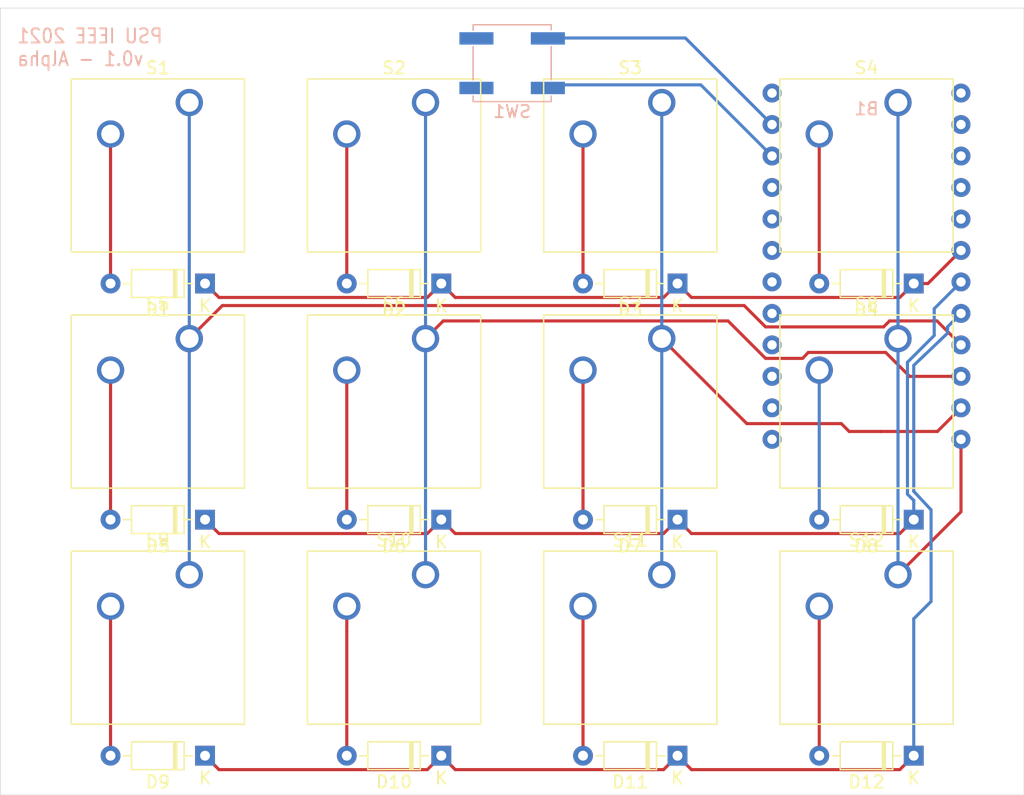
<source format=kicad_pcb>
(kicad_pcb (version 20171130) (host pcbnew "(5.1.10)-1")

  (general
    (thickness 1.6)
    (drawings 5)
    (tracks 96)
    (zones 0)
    (modules 26)
    (nets 37)
  )

  (page A4)
  (layers
    (0 F.Cu signal)
    (31 B.Cu signal)
    (32 B.Adhes user)
    (33 F.Adhes user)
    (34 B.Paste user)
    (35 F.Paste user)
    (36 B.SilkS user)
    (37 F.SilkS user)
    (38 B.Mask user)
    (39 F.Mask user)
    (40 Dwgs.User user)
    (41 Cmts.User user)
    (42 Eco1.User user)
    (43 Eco2.User user)
    (44 Edge.Cuts user)
    (45 Margin user)
    (46 B.CrtYd user)
    (47 F.CrtYd user)
    (48 B.Fab user)
    (49 F.Fab user)
  )

  (setup
    (last_trace_width 0.25)
    (trace_clearance 0.2)
    (zone_clearance 0.508)
    (zone_45_only no)
    (trace_min 0.2)
    (via_size 0.8)
    (via_drill 0.4)
    (via_min_size 0.4)
    (via_min_drill 0.3)
    (uvia_size 0.3)
    (uvia_drill 0.1)
    (uvias_allowed no)
    (uvia_min_size 0.2)
    (uvia_min_drill 0.1)
    (edge_width 0.05)
    (segment_width 0.2)
    (pcb_text_width 0.3)
    (pcb_text_size 1.5 1.5)
    (mod_edge_width 0.12)
    (mod_text_size 1 1)
    (mod_text_width 0.15)
    (pad_size 1.524 1.524)
    (pad_drill 0.762)
    (pad_to_mask_clearance 0)
    (aux_axis_origin 0 0)
    (visible_elements 7FFFFFFF)
    (pcbplotparams
      (layerselection 0x010fc_ffffffff)
      (usegerberextensions false)
      (usegerberattributes true)
      (usegerberadvancedattributes true)
      (creategerberjobfile true)
      (excludeedgelayer true)
      (linewidth 0.100000)
      (plotframeref false)
      (viasonmask false)
      (mode 1)
      (useauxorigin false)
      (hpglpennumber 1)
      (hpglpenspeed 20)
      (hpglpendiameter 15.000000)
      (psnegative false)
      (psa4output false)
      (plotreference true)
      (plotvalue true)
      (plotinvisibletext false)
      (padsonsilk false)
      (subtractmaskfromsilk false)
      (outputformat 1)
      (mirror false)
      (drillshape 1)
      (scaleselection 1)
      (outputdirectory ""))
  )

  (net 0 "")
  (net 1 "Net-(B1-Pad24)")
  (net 2 GND)
  (net 3 RST)
  (net 4 "Net-(B1-Pad21)")
  (net 5 "Net-(B1-Pad20)")
  (net 6 "Net-(B1-Pad19)")
  (net 7 "Net-(B1-Pad18)")
  (net 8 "Net-(B1-Pad17)")
  (net 9 "Net-(B1-Pad16)")
  (net 10 "Net-(B1-Pad15)")
  (net 11 "Net-(B1-Pad14)")
  (net 12 "Net-(B1-Pad13)")
  (net 13 C3)
  (net 14 C2)
  (net 15 C1)
  (net 16 C0)
  (net 17 R2)
  (net 18 R1)
  (net 19 R0)
  (net 20 "Net-(B1-Pad5)")
  (net 21 "Net-(B1-Pad4)")
  (net 22 "Net-(B1-Pad3)")
  (net 23 "Net-(B1-Pad2)")
  (net 24 "Net-(B1-Pad1)")
  (net 25 "Net-(D1-Pad2)")
  (net 26 "Net-(D2-Pad2)")
  (net 27 "Net-(D3-Pad2)")
  (net 28 "Net-(D4-Pad2)")
  (net 29 "Net-(D5-Pad2)")
  (net 30 "Net-(D6-Pad2)")
  (net 31 "Net-(D7-Pad2)")
  (net 32 "Net-(D8-Pad2)")
  (net 33 "Net-(D9-Pad2)")
  (net 34 "Net-(D10-Pad2)")
  (net 35 "Net-(D11-Pad2)")
  (net 36 "Net-(D12-Pad2)")

  (net_class Default "This is the default net class."
    (clearance 0.2)
    (trace_width 0.25)
    (via_dia 0.8)
    (via_drill 0.4)
    (uvia_dia 0.3)
    (uvia_drill 0.1)
    (add_net C0)
    (add_net C1)
    (add_net C2)
    (add_net C3)
    (add_net GND)
    (add_net "Net-(B1-Pad1)")
    (add_net "Net-(B1-Pad13)")
    (add_net "Net-(B1-Pad14)")
    (add_net "Net-(B1-Pad15)")
    (add_net "Net-(B1-Pad16)")
    (add_net "Net-(B1-Pad17)")
    (add_net "Net-(B1-Pad18)")
    (add_net "Net-(B1-Pad19)")
    (add_net "Net-(B1-Pad2)")
    (add_net "Net-(B1-Pad20)")
    (add_net "Net-(B1-Pad21)")
    (add_net "Net-(B1-Pad24)")
    (add_net "Net-(B1-Pad3)")
    (add_net "Net-(B1-Pad4)")
    (add_net "Net-(B1-Pad5)")
    (add_net "Net-(D1-Pad2)")
    (add_net "Net-(D10-Pad2)")
    (add_net "Net-(D11-Pad2)")
    (add_net "Net-(D12-Pad2)")
    (add_net "Net-(D2-Pad2)")
    (add_net "Net-(D3-Pad2)")
    (add_net "Net-(D4-Pad2)")
    (add_net "Net-(D5-Pad2)")
    (add_net "Net-(D6-Pad2)")
    (add_net "Net-(D7-Pad2)")
    (add_net "Net-(D8-Pad2)")
    (add_net "Net-(D9-Pad2)")
    (add_net R0)
    (add_net R1)
    (add_net R2)
    (add_net RST)
  )

  (module Pushbutton_SMD:SW_SPST_EVPBF (layer B.Cu) (tedit 5A02FC95) (tstamp 617E9077)
    (at 82.55 45.72)
    (descr "Light Touch Switch")
    (path /6183DB90)
    (attr smd)
    (fp_text reference SW1 (at 0 3.9) (layer B.SilkS)
      (effects (font (size 1 1) (thickness 0.15)) (justify mirror))
    )
    (fp_text value SW_Push (at 0 -4.25) (layer B.Fab)
      (effects (font (size 1 1) (thickness 0.15)) (justify mirror))
    )
    (fp_line (start -3.15 -2.65) (end -3.15 -3.1) (layer B.SilkS) (width 0.12))
    (fp_line (start -3.15 -3.1) (end 3.15 -3.1) (layer B.SilkS) (width 0.12))
    (fp_line (start 3.15 -3.1) (end 3.15 -2.7) (layer B.SilkS) (width 0.12))
    (fp_line (start -3.15 -1.35) (end -3.15 1.35) (layer B.SilkS) (width 0.12))
    (fp_line (start 3.15 1.35) (end 3.15 -1.35) (layer B.SilkS) (width 0.12))
    (fp_line (start -3.15 3.1) (end 3.15 3.1) (layer B.SilkS) (width 0.12))
    (fp_line (start 3.15 3.1) (end 3.15 2.65) (layer B.SilkS) (width 0.12))
    (fp_line (start -3.15 2.65) (end -3.15 3.1) (layer B.SilkS) (width 0.12))
    (fp_line (start -3 3) (end 3 3) (layer B.Fab) (width 0.1))
    (fp_line (start 3 3) (end 3 -3) (layer B.Fab) (width 0.1))
    (fp_line (start 3 -3) (end -3 -3) (layer B.Fab) (width 0.1))
    (fp_line (start -3 -3) (end -3 3) (layer B.Fab) (width 0.1))
    (fp_line (start -4.5 3.25) (end 4.5 3.25) (layer B.CrtYd) (width 0.05))
    (fp_line (start 4.5 3.25) (end 4.5 -3.25) (layer B.CrtYd) (width 0.05))
    (fp_line (start 4.5 -3.25) (end -4.5 -3.25) (layer B.CrtYd) (width 0.05))
    (fp_line (start -4.5 -3.25) (end -4.5 3.25) (layer B.CrtYd) (width 0.05))
    (fp_circle (center 0 0) (end 1.7 0) (layer B.Fab) (width 0.1))
    (fp_text user %R (at 0 3.9) (layer B.Fab)
      (effects (font (size 1 1) (thickness 0.15)) (justify mirror))
    )
    (pad 2 smd rect (at 2.88 -2) (size 2.75 1) (layers B.Cu B.Paste B.Mask)
      (net 2 GND))
    (pad 2 smd rect (at -2.88 -2) (size 2.75 1) (layers B.Cu B.Paste B.Mask)
      (net 2 GND))
    (pad 1 smd rect (at -2.88 2) (size 2.75 1) (layers B.Cu B.Paste B.Mask)
      (net 3 RST))
    (pad 1 smd rect (at 2.88 2) (size 2.75 1) (layers B.Cu B.Paste B.Mask)
      (net 3 RST))
    (model ${KISYS3DMOD}/Button_Switch_SMD.3dshapes/SW_SPST_EVPBF.wrl
      (at (xyz 0 0 0))
      (scale (xyz 1 1 1))
      (rotate (xyz 0 0 0))
    )
  )

  (module Keyswitches:SW_Cherry_MX_1.00u_PCB_centered (layer F.Cu) (tedit 617E1A45) (tstamp 617E905D)
    (at 111.125 92.075)
    (descr "Cherry MX keyswitch, 1.00u, PCB mount, http://cherryamericas.com/wp-content/uploads/2014/12/mx_cat.pdf")
    (tags "Cherry MX keyswitch 1.00u PCB")
    (path /6183C8BB)
    (fp_text reference S12 (at 0 -7.874) (layer F.SilkS)
      (effects (font (size 1 1) (thickness 0.15)))
    )
    (fp_text value Generic_Keyswitch (at 0 7.874) (layer F.Fab)
      (effects (font (size 1 1) (thickness 0.15)))
    )
    (fp_line (start -6.35 -6.35) (end 6.35 -6.35) (layer F.Fab) (width 0.1))
    (fp_line (start 6.35 -6.35) (end 6.35 6.35) (layer F.Fab) (width 0.1))
    (fp_line (start 6.35 6.35) (end -6.35 6.35) (layer F.Fab) (width 0.1))
    (fp_line (start -6.35 6.35) (end -6.35 -6.35) (layer F.Fab) (width 0.1))
    (fp_line (start -6.6 6.6) (end -6.6 -6.6) (layer F.CrtYd) (width 0.05))
    (fp_line (start 6.6 6.6) (end -6.6 6.6) (layer F.CrtYd) (width 0.05))
    (fp_line (start 6.6 -6.6) (end 6.6 6.6) (layer F.CrtYd) (width 0.05))
    (fp_line (start -6.6 -6.6) (end 6.6 -6.6) (layer F.CrtYd) (width 0.05))
    (fp_line (start -9.525 -9.525) (end 9.525 -9.525) (layer Dwgs.User) (width 0.15))
    (fp_line (start 9.525 -9.525) (end 9.525 9.525) (layer Dwgs.User) (width 0.15))
    (fp_line (start 9.525 9.525) (end -9.525 9.525) (layer Dwgs.User) (width 0.15))
    (fp_line (start -9.525 9.525) (end -9.525 -9.525) (layer Dwgs.User) (width 0.15))
    (fp_line (start -6.985 -6.985) (end 6.985 -6.985) (layer F.SilkS) (width 0.12))
    (fp_line (start 6.985 -6.985) (end 6.985 6.985) (layer F.SilkS) (width 0.12))
    (fp_line (start 6.985 6.985) (end -6.985 6.985) (layer F.SilkS) (width 0.12))
    (fp_line (start -6.985 6.985) (end -6.985 -6.985) (layer F.SilkS) (width 0.12))
    (fp_text user %R (at 0 -7.874) (layer F.Fab)
      (effects (font (size 1 1) (thickness 0.15)))
    )
    (pad 1 thru_hole circle (at 2.54 -5.08) (size 2.2 2.2) (drill 1.5) (layers *.Cu *.Mask)
      (net 13 C3))
    (pad 2 thru_hole circle (at -3.81 -2.54) (size 2.2 2.2) (drill 1.5) (layers *.Cu *.Mask)
      (net 36 "Net-(D12-Pad2)"))
    (pad "" np_thru_hole circle (at 0 0) (size 4 4) (drill 4) (layers *.Cu *.Mask))
    (pad "" np_thru_hole circle (at -5.08 0) (size 1.7 1.7) (drill 1.7) (layers *.Cu *.Mask))
    (pad "" np_thru_hole circle (at 5.08 0) (size 1.7 1.7) (drill 1.7) (layers *.Cu *.Mask))
    (model ${KISYS3DMOD}/Button_Switch_Keyboard.3dshapes/SW_Cherry_MX_1.00u_PCB.wrl
      (at (xyz 0 0 0))
      (scale (xyz 1 1 1))
      (rotate (xyz 0 0 0))
    )
  )

  (module Keyswitches:SW_Cherry_MX_1.00u_PCB_centered (layer F.Cu) (tedit 617E1A45) (tstamp 617E9043)
    (at 92.075 92.075)
    (descr "Cherry MX keyswitch, 1.00u, PCB mount, http://cherryamericas.com/wp-content/uploads/2014/12/mx_cat.pdf")
    (tags "Cherry MX keyswitch 1.00u PCB")
    (path /6183C53A)
    (fp_text reference S11 (at 0 -7.874) (layer F.SilkS)
      (effects (font (size 1 1) (thickness 0.15)))
    )
    (fp_text value Generic_Keyswitch (at 0 7.874) (layer F.Fab)
      (effects (font (size 1 1) (thickness 0.15)))
    )
    (fp_line (start -6.35 -6.35) (end 6.35 -6.35) (layer F.Fab) (width 0.1))
    (fp_line (start 6.35 -6.35) (end 6.35 6.35) (layer F.Fab) (width 0.1))
    (fp_line (start 6.35 6.35) (end -6.35 6.35) (layer F.Fab) (width 0.1))
    (fp_line (start -6.35 6.35) (end -6.35 -6.35) (layer F.Fab) (width 0.1))
    (fp_line (start -6.6 6.6) (end -6.6 -6.6) (layer F.CrtYd) (width 0.05))
    (fp_line (start 6.6 6.6) (end -6.6 6.6) (layer F.CrtYd) (width 0.05))
    (fp_line (start 6.6 -6.6) (end 6.6 6.6) (layer F.CrtYd) (width 0.05))
    (fp_line (start -6.6 -6.6) (end 6.6 -6.6) (layer F.CrtYd) (width 0.05))
    (fp_line (start -9.525 -9.525) (end 9.525 -9.525) (layer Dwgs.User) (width 0.15))
    (fp_line (start 9.525 -9.525) (end 9.525 9.525) (layer Dwgs.User) (width 0.15))
    (fp_line (start 9.525 9.525) (end -9.525 9.525) (layer Dwgs.User) (width 0.15))
    (fp_line (start -9.525 9.525) (end -9.525 -9.525) (layer Dwgs.User) (width 0.15))
    (fp_line (start -6.985 -6.985) (end 6.985 -6.985) (layer F.SilkS) (width 0.12))
    (fp_line (start 6.985 -6.985) (end 6.985 6.985) (layer F.SilkS) (width 0.12))
    (fp_line (start 6.985 6.985) (end -6.985 6.985) (layer F.SilkS) (width 0.12))
    (fp_line (start -6.985 6.985) (end -6.985 -6.985) (layer F.SilkS) (width 0.12))
    (fp_text user %R (at 0 -7.874) (layer F.Fab)
      (effects (font (size 1 1) (thickness 0.15)))
    )
    (pad 1 thru_hole circle (at 2.54 -5.08) (size 2.2 2.2) (drill 1.5) (layers *.Cu *.Mask)
      (net 14 C2))
    (pad 2 thru_hole circle (at -3.81 -2.54) (size 2.2 2.2) (drill 1.5) (layers *.Cu *.Mask)
      (net 35 "Net-(D11-Pad2)"))
    (pad "" np_thru_hole circle (at 0 0) (size 4 4) (drill 4) (layers *.Cu *.Mask))
    (pad "" np_thru_hole circle (at -5.08 0) (size 1.7 1.7) (drill 1.7) (layers *.Cu *.Mask))
    (pad "" np_thru_hole circle (at 5.08 0) (size 1.7 1.7) (drill 1.7) (layers *.Cu *.Mask))
    (model ${KISYS3DMOD}/Button_Switch_Keyboard.3dshapes/SW_Cherry_MX_1.00u_PCB.wrl
      (at (xyz 0 0 0))
      (scale (xyz 1 1 1))
      (rotate (xyz 0 0 0))
    )
  )

  (module Keyswitches:SW_Cherry_MX_1.00u_PCB_centered (layer F.Cu) (tedit 617E1A45) (tstamp 617E9029)
    (at 73.025 92.075)
    (descr "Cherry MX keyswitch, 1.00u, PCB mount, http://cherryamericas.com/wp-content/uploads/2014/12/mx_cat.pdf")
    (tags "Cherry MX keyswitch 1.00u PCB")
    (path /6183BFD7)
    (fp_text reference S10 (at 0 -7.874) (layer F.SilkS)
      (effects (font (size 1 1) (thickness 0.15)))
    )
    (fp_text value Generic_Keyswitch (at 0 7.874) (layer F.Fab)
      (effects (font (size 1 1) (thickness 0.15)))
    )
    (fp_line (start -6.35 -6.35) (end 6.35 -6.35) (layer F.Fab) (width 0.1))
    (fp_line (start 6.35 -6.35) (end 6.35 6.35) (layer F.Fab) (width 0.1))
    (fp_line (start 6.35 6.35) (end -6.35 6.35) (layer F.Fab) (width 0.1))
    (fp_line (start -6.35 6.35) (end -6.35 -6.35) (layer F.Fab) (width 0.1))
    (fp_line (start -6.6 6.6) (end -6.6 -6.6) (layer F.CrtYd) (width 0.05))
    (fp_line (start 6.6 6.6) (end -6.6 6.6) (layer F.CrtYd) (width 0.05))
    (fp_line (start 6.6 -6.6) (end 6.6 6.6) (layer F.CrtYd) (width 0.05))
    (fp_line (start -6.6 -6.6) (end 6.6 -6.6) (layer F.CrtYd) (width 0.05))
    (fp_line (start -9.525 -9.525) (end 9.525 -9.525) (layer Dwgs.User) (width 0.15))
    (fp_line (start 9.525 -9.525) (end 9.525 9.525) (layer Dwgs.User) (width 0.15))
    (fp_line (start 9.525 9.525) (end -9.525 9.525) (layer Dwgs.User) (width 0.15))
    (fp_line (start -9.525 9.525) (end -9.525 -9.525) (layer Dwgs.User) (width 0.15))
    (fp_line (start -6.985 -6.985) (end 6.985 -6.985) (layer F.SilkS) (width 0.12))
    (fp_line (start 6.985 -6.985) (end 6.985 6.985) (layer F.SilkS) (width 0.12))
    (fp_line (start 6.985 6.985) (end -6.985 6.985) (layer F.SilkS) (width 0.12))
    (fp_line (start -6.985 6.985) (end -6.985 -6.985) (layer F.SilkS) (width 0.12))
    (fp_text user %R (at 0 -7.874) (layer F.Fab)
      (effects (font (size 1 1) (thickness 0.15)))
    )
    (pad 1 thru_hole circle (at 2.54 -5.08) (size 2.2 2.2) (drill 1.5) (layers *.Cu *.Mask)
      (net 15 C1))
    (pad 2 thru_hole circle (at -3.81 -2.54) (size 2.2 2.2) (drill 1.5) (layers *.Cu *.Mask)
      (net 34 "Net-(D10-Pad2)"))
    (pad "" np_thru_hole circle (at 0 0) (size 4 4) (drill 4) (layers *.Cu *.Mask))
    (pad "" np_thru_hole circle (at -5.08 0) (size 1.7 1.7) (drill 1.7) (layers *.Cu *.Mask))
    (pad "" np_thru_hole circle (at 5.08 0) (size 1.7 1.7) (drill 1.7) (layers *.Cu *.Mask))
    (model ${KISYS3DMOD}/Button_Switch_Keyboard.3dshapes/SW_Cherry_MX_1.00u_PCB.wrl
      (at (xyz 0 0 0))
      (scale (xyz 1 1 1))
      (rotate (xyz 0 0 0))
    )
  )

  (module Keyswitches:SW_Cherry_MX_1.00u_PCB_centered (layer F.Cu) (tedit 617E1A45) (tstamp 617E900F)
    (at 53.975 92.075)
    (descr "Cherry MX keyswitch, 1.00u, PCB mount, http://cherryamericas.com/wp-content/uploads/2014/12/mx_cat.pdf")
    (tags "Cherry MX keyswitch 1.00u PCB")
    (path /6183B69A)
    (fp_text reference S9 (at 0 -7.874) (layer F.SilkS)
      (effects (font (size 1 1) (thickness 0.15)))
    )
    (fp_text value Generic_Keyswitch (at 0 7.874) (layer F.Fab)
      (effects (font (size 1 1) (thickness 0.15)))
    )
    (fp_line (start -6.35 -6.35) (end 6.35 -6.35) (layer F.Fab) (width 0.1))
    (fp_line (start 6.35 -6.35) (end 6.35 6.35) (layer F.Fab) (width 0.1))
    (fp_line (start 6.35 6.35) (end -6.35 6.35) (layer F.Fab) (width 0.1))
    (fp_line (start -6.35 6.35) (end -6.35 -6.35) (layer F.Fab) (width 0.1))
    (fp_line (start -6.6 6.6) (end -6.6 -6.6) (layer F.CrtYd) (width 0.05))
    (fp_line (start 6.6 6.6) (end -6.6 6.6) (layer F.CrtYd) (width 0.05))
    (fp_line (start 6.6 -6.6) (end 6.6 6.6) (layer F.CrtYd) (width 0.05))
    (fp_line (start -6.6 -6.6) (end 6.6 -6.6) (layer F.CrtYd) (width 0.05))
    (fp_line (start -9.525 -9.525) (end 9.525 -9.525) (layer Dwgs.User) (width 0.15))
    (fp_line (start 9.525 -9.525) (end 9.525 9.525) (layer Dwgs.User) (width 0.15))
    (fp_line (start 9.525 9.525) (end -9.525 9.525) (layer Dwgs.User) (width 0.15))
    (fp_line (start -9.525 9.525) (end -9.525 -9.525) (layer Dwgs.User) (width 0.15))
    (fp_line (start -6.985 -6.985) (end 6.985 -6.985) (layer F.SilkS) (width 0.12))
    (fp_line (start 6.985 -6.985) (end 6.985 6.985) (layer F.SilkS) (width 0.12))
    (fp_line (start 6.985 6.985) (end -6.985 6.985) (layer F.SilkS) (width 0.12))
    (fp_line (start -6.985 6.985) (end -6.985 -6.985) (layer F.SilkS) (width 0.12))
    (fp_text user %R (at 0 -7.874) (layer F.Fab)
      (effects (font (size 1 1) (thickness 0.15)))
    )
    (pad 1 thru_hole circle (at 2.54 -5.08) (size 2.2 2.2) (drill 1.5) (layers *.Cu *.Mask)
      (net 16 C0))
    (pad 2 thru_hole circle (at -3.81 -2.54) (size 2.2 2.2) (drill 1.5) (layers *.Cu *.Mask)
      (net 33 "Net-(D9-Pad2)"))
    (pad "" np_thru_hole circle (at 0 0) (size 4 4) (drill 4) (layers *.Cu *.Mask))
    (pad "" np_thru_hole circle (at -5.08 0) (size 1.7 1.7) (drill 1.7) (layers *.Cu *.Mask))
    (pad "" np_thru_hole circle (at 5.08 0) (size 1.7 1.7) (drill 1.7) (layers *.Cu *.Mask))
    (model ${KISYS3DMOD}/Button_Switch_Keyboard.3dshapes/SW_Cherry_MX_1.00u_PCB.wrl
      (at (xyz 0 0 0))
      (scale (xyz 1 1 1))
      (rotate (xyz 0 0 0))
    )
  )

  (module Keyswitches:SW_Cherry_MX_1.00u_PCB_centered (layer F.Cu) (tedit 617E1A45) (tstamp 617E8FF5)
    (at 111.125 73.025)
    (descr "Cherry MX keyswitch, 1.00u, PCB mount, http://cherryamericas.com/wp-content/uploads/2014/12/mx_cat.pdf")
    (tags "Cherry MX keyswitch 1.00u PCB")
    (path /6183AE57)
    (fp_text reference S8 (at 0 -7.874) (layer F.SilkS)
      (effects (font (size 1 1) (thickness 0.15)))
    )
    (fp_text value Generic_Keyswitch (at 0 7.874) (layer F.Fab)
      (effects (font (size 1 1) (thickness 0.15)))
    )
    (fp_line (start -6.35 -6.35) (end 6.35 -6.35) (layer F.Fab) (width 0.1))
    (fp_line (start 6.35 -6.35) (end 6.35 6.35) (layer F.Fab) (width 0.1))
    (fp_line (start 6.35 6.35) (end -6.35 6.35) (layer F.Fab) (width 0.1))
    (fp_line (start -6.35 6.35) (end -6.35 -6.35) (layer F.Fab) (width 0.1))
    (fp_line (start -6.6 6.6) (end -6.6 -6.6) (layer F.CrtYd) (width 0.05))
    (fp_line (start 6.6 6.6) (end -6.6 6.6) (layer F.CrtYd) (width 0.05))
    (fp_line (start 6.6 -6.6) (end 6.6 6.6) (layer F.CrtYd) (width 0.05))
    (fp_line (start -6.6 -6.6) (end 6.6 -6.6) (layer F.CrtYd) (width 0.05))
    (fp_line (start -9.525 -9.525) (end 9.525 -9.525) (layer Dwgs.User) (width 0.15))
    (fp_line (start 9.525 -9.525) (end 9.525 9.525) (layer Dwgs.User) (width 0.15))
    (fp_line (start 9.525 9.525) (end -9.525 9.525) (layer Dwgs.User) (width 0.15))
    (fp_line (start -9.525 9.525) (end -9.525 -9.525) (layer Dwgs.User) (width 0.15))
    (fp_line (start -6.985 -6.985) (end 6.985 -6.985) (layer F.SilkS) (width 0.12))
    (fp_line (start 6.985 -6.985) (end 6.985 6.985) (layer F.SilkS) (width 0.12))
    (fp_line (start 6.985 6.985) (end -6.985 6.985) (layer F.SilkS) (width 0.12))
    (fp_line (start -6.985 6.985) (end -6.985 -6.985) (layer F.SilkS) (width 0.12))
    (fp_text user %R (at 0 -7.874) (layer F.Fab)
      (effects (font (size 1 1) (thickness 0.15)))
    )
    (pad 1 thru_hole circle (at 2.54 -5.08) (size 2.2 2.2) (drill 1.5) (layers *.Cu *.Mask)
      (net 13 C3))
    (pad 2 thru_hole circle (at -3.81 -2.54) (size 2.2 2.2) (drill 1.5) (layers *.Cu *.Mask)
      (net 32 "Net-(D8-Pad2)"))
    (pad "" np_thru_hole circle (at 0 0) (size 4 4) (drill 4) (layers *.Cu *.Mask))
    (pad "" np_thru_hole circle (at -5.08 0) (size 1.7 1.7) (drill 1.7) (layers *.Cu *.Mask))
    (pad "" np_thru_hole circle (at 5.08 0) (size 1.7 1.7) (drill 1.7) (layers *.Cu *.Mask))
    (model ${KISYS3DMOD}/Button_Switch_Keyboard.3dshapes/SW_Cherry_MX_1.00u_PCB.wrl
      (at (xyz 0 0 0))
      (scale (xyz 1 1 1))
      (rotate (xyz 0 0 0))
    )
  )

  (module Keyswitches:SW_Cherry_MX_1.00u_PCB_centered (layer F.Cu) (tedit 617E1A45) (tstamp 617E96EF)
    (at 92.075 73.025)
    (descr "Cherry MX keyswitch, 1.00u, PCB mount, http://cherryamericas.com/wp-content/uploads/2014/12/mx_cat.pdf")
    (tags "Cherry MX keyswitch 1.00u PCB")
    (path /6183AAC8)
    (fp_text reference S7 (at 0 -7.874) (layer F.SilkS)
      (effects (font (size 1 1) (thickness 0.15)))
    )
    (fp_text value Generic_Keyswitch (at 0 7.874) (layer F.Fab)
      (effects (font (size 1 1) (thickness 0.15)))
    )
    (fp_line (start -6.35 -6.35) (end 6.35 -6.35) (layer F.Fab) (width 0.1))
    (fp_line (start 6.35 -6.35) (end 6.35 6.35) (layer F.Fab) (width 0.1))
    (fp_line (start 6.35 6.35) (end -6.35 6.35) (layer F.Fab) (width 0.1))
    (fp_line (start -6.35 6.35) (end -6.35 -6.35) (layer F.Fab) (width 0.1))
    (fp_line (start -6.6 6.6) (end -6.6 -6.6) (layer F.CrtYd) (width 0.05))
    (fp_line (start 6.6 6.6) (end -6.6 6.6) (layer F.CrtYd) (width 0.05))
    (fp_line (start 6.6 -6.6) (end 6.6 6.6) (layer F.CrtYd) (width 0.05))
    (fp_line (start -6.6 -6.6) (end 6.6 -6.6) (layer F.CrtYd) (width 0.05))
    (fp_line (start -9.525 -9.525) (end 9.525 -9.525) (layer Dwgs.User) (width 0.15))
    (fp_line (start 9.525 -9.525) (end 9.525 9.525) (layer Dwgs.User) (width 0.15))
    (fp_line (start 9.525 9.525) (end -9.525 9.525) (layer Dwgs.User) (width 0.15))
    (fp_line (start -9.525 9.525) (end -9.525 -9.525) (layer Dwgs.User) (width 0.15))
    (fp_line (start -6.985 -6.985) (end 6.985 -6.985) (layer F.SilkS) (width 0.12))
    (fp_line (start 6.985 -6.985) (end 6.985 6.985) (layer F.SilkS) (width 0.12))
    (fp_line (start 6.985 6.985) (end -6.985 6.985) (layer F.SilkS) (width 0.12))
    (fp_line (start -6.985 6.985) (end -6.985 -6.985) (layer F.SilkS) (width 0.12))
    (fp_text user %R (at 0 -7.874) (layer F.Fab)
      (effects (font (size 1 1) (thickness 0.15)))
    )
    (pad 1 thru_hole circle (at 2.54 -5.08) (size 2.2 2.2) (drill 1.5) (layers *.Cu *.Mask)
      (net 14 C2))
    (pad 2 thru_hole circle (at -3.81 -2.54) (size 2.2 2.2) (drill 1.5) (layers *.Cu *.Mask)
      (net 31 "Net-(D7-Pad2)"))
    (pad "" np_thru_hole circle (at 0 0) (size 4 4) (drill 4) (layers *.Cu *.Mask))
    (pad "" np_thru_hole circle (at -5.08 0) (size 1.7 1.7) (drill 1.7) (layers *.Cu *.Mask))
    (pad "" np_thru_hole circle (at 5.08 0) (size 1.7 1.7) (drill 1.7) (layers *.Cu *.Mask))
    (model ${KISYS3DMOD}/Button_Switch_Keyboard.3dshapes/SW_Cherry_MX_1.00u_PCB.wrl
      (at (xyz 0 0 0))
      (scale (xyz 1 1 1))
      (rotate (xyz 0 0 0))
    )
  )

  (module Keyswitches:SW_Cherry_MX_1.00u_PCB_centered (layer F.Cu) (tedit 617E1A45) (tstamp 617E8FC1)
    (at 73.025 73.025)
    (descr "Cherry MX keyswitch, 1.00u, PCB mount, http://cherryamericas.com/wp-content/uploads/2014/12/mx_cat.pdf")
    (tags "Cherry MX keyswitch 1.00u PCB")
    (path /6183A705)
    (fp_text reference S6 (at 0 -7.874) (layer F.SilkS)
      (effects (font (size 1 1) (thickness 0.15)))
    )
    (fp_text value Generic_Keyswitch (at 0 7.874) (layer F.Fab)
      (effects (font (size 1 1) (thickness 0.15)))
    )
    (fp_line (start -6.35 -6.35) (end 6.35 -6.35) (layer F.Fab) (width 0.1))
    (fp_line (start 6.35 -6.35) (end 6.35 6.35) (layer F.Fab) (width 0.1))
    (fp_line (start 6.35 6.35) (end -6.35 6.35) (layer F.Fab) (width 0.1))
    (fp_line (start -6.35 6.35) (end -6.35 -6.35) (layer F.Fab) (width 0.1))
    (fp_line (start -6.6 6.6) (end -6.6 -6.6) (layer F.CrtYd) (width 0.05))
    (fp_line (start 6.6 6.6) (end -6.6 6.6) (layer F.CrtYd) (width 0.05))
    (fp_line (start 6.6 -6.6) (end 6.6 6.6) (layer F.CrtYd) (width 0.05))
    (fp_line (start -6.6 -6.6) (end 6.6 -6.6) (layer F.CrtYd) (width 0.05))
    (fp_line (start -9.525 -9.525) (end 9.525 -9.525) (layer Dwgs.User) (width 0.15))
    (fp_line (start 9.525 -9.525) (end 9.525 9.525) (layer Dwgs.User) (width 0.15))
    (fp_line (start 9.525 9.525) (end -9.525 9.525) (layer Dwgs.User) (width 0.15))
    (fp_line (start -9.525 9.525) (end -9.525 -9.525) (layer Dwgs.User) (width 0.15))
    (fp_line (start -6.985 -6.985) (end 6.985 -6.985) (layer F.SilkS) (width 0.12))
    (fp_line (start 6.985 -6.985) (end 6.985 6.985) (layer F.SilkS) (width 0.12))
    (fp_line (start 6.985 6.985) (end -6.985 6.985) (layer F.SilkS) (width 0.12))
    (fp_line (start -6.985 6.985) (end -6.985 -6.985) (layer F.SilkS) (width 0.12))
    (fp_text user %R (at 0 -7.874) (layer F.Fab)
      (effects (font (size 1 1) (thickness 0.15)))
    )
    (pad 1 thru_hole circle (at 2.54 -5.08) (size 2.2 2.2) (drill 1.5) (layers *.Cu *.Mask)
      (net 15 C1))
    (pad 2 thru_hole circle (at -3.81 -2.54) (size 2.2 2.2) (drill 1.5) (layers *.Cu *.Mask)
      (net 30 "Net-(D6-Pad2)"))
    (pad "" np_thru_hole circle (at 0 0) (size 4 4) (drill 4) (layers *.Cu *.Mask))
    (pad "" np_thru_hole circle (at -5.08 0) (size 1.7 1.7) (drill 1.7) (layers *.Cu *.Mask))
    (pad "" np_thru_hole circle (at 5.08 0) (size 1.7 1.7) (drill 1.7) (layers *.Cu *.Mask))
    (model ${KISYS3DMOD}/Button_Switch_Keyboard.3dshapes/SW_Cherry_MX_1.00u_PCB.wrl
      (at (xyz 0 0 0))
      (scale (xyz 1 1 1))
      (rotate (xyz 0 0 0))
    )
  )

  (module Keyswitches:SW_Cherry_MX_1.00u_PCB_centered (layer F.Cu) (tedit 617E1A45) (tstamp 617E8FA7)
    (at 53.975 73.025)
    (descr "Cherry MX keyswitch, 1.00u, PCB mount, http://cherryamericas.com/wp-content/uploads/2014/12/mx_cat.pdf")
    (tags "Cherry MX keyswitch 1.00u PCB")
    (path /61839FC2)
    (fp_text reference S5 (at 0 -7.874) (layer F.SilkS)
      (effects (font (size 1 1) (thickness 0.15)))
    )
    (fp_text value Generic_Keyswitch (at 0 7.874) (layer F.Fab)
      (effects (font (size 1 1) (thickness 0.15)))
    )
    (fp_line (start -6.35 -6.35) (end 6.35 -6.35) (layer F.Fab) (width 0.1))
    (fp_line (start 6.35 -6.35) (end 6.35 6.35) (layer F.Fab) (width 0.1))
    (fp_line (start 6.35 6.35) (end -6.35 6.35) (layer F.Fab) (width 0.1))
    (fp_line (start -6.35 6.35) (end -6.35 -6.35) (layer F.Fab) (width 0.1))
    (fp_line (start -6.6 6.6) (end -6.6 -6.6) (layer F.CrtYd) (width 0.05))
    (fp_line (start 6.6 6.6) (end -6.6 6.6) (layer F.CrtYd) (width 0.05))
    (fp_line (start 6.6 -6.6) (end 6.6 6.6) (layer F.CrtYd) (width 0.05))
    (fp_line (start -6.6 -6.6) (end 6.6 -6.6) (layer F.CrtYd) (width 0.05))
    (fp_line (start -9.525 -9.525) (end 9.525 -9.525) (layer Dwgs.User) (width 0.15))
    (fp_line (start 9.525 -9.525) (end 9.525 9.525) (layer Dwgs.User) (width 0.15))
    (fp_line (start 9.525 9.525) (end -9.525 9.525) (layer Dwgs.User) (width 0.15))
    (fp_line (start -9.525 9.525) (end -9.525 -9.525) (layer Dwgs.User) (width 0.15))
    (fp_line (start -6.985 -6.985) (end 6.985 -6.985) (layer F.SilkS) (width 0.12))
    (fp_line (start 6.985 -6.985) (end 6.985 6.985) (layer F.SilkS) (width 0.12))
    (fp_line (start 6.985 6.985) (end -6.985 6.985) (layer F.SilkS) (width 0.12))
    (fp_line (start -6.985 6.985) (end -6.985 -6.985) (layer F.SilkS) (width 0.12))
    (fp_text user %R (at 0 -7.874) (layer F.Fab)
      (effects (font (size 1 1) (thickness 0.15)))
    )
    (pad 1 thru_hole circle (at 2.54 -5.08) (size 2.2 2.2) (drill 1.5) (layers *.Cu *.Mask)
      (net 16 C0))
    (pad 2 thru_hole circle (at -3.81 -2.54) (size 2.2 2.2) (drill 1.5) (layers *.Cu *.Mask)
      (net 29 "Net-(D5-Pad2)"))
    (pad "" np_thru_hole circle (at 0 0) (size 4 4) (drill 4) (layers *.Cu *.Mask))
    (pad "" np_thru_hole circle (at -5.08 0) (size 1.7 1.7) (drill 1.7) (layers *.Cu *.Mask))
    (pad "" np_thru_hole circle (at 5.08 0) (size 1.7 1.7) (drill 1.7) (layers *.Cu *.Mask))
    (model ${KISYS3DMOD}/Button_Switch_Keyboard.3dshapes/SW_Cherry_MX_1.00u_PCB.wrl
      (at (xyz 0 0 0))
      (scale (xyz 1 1 1))
      (rotate (xyz 0 0 0))
    )
  )

  (module Keyswitches:SW_Cherry_MX_1.00u_PCB_centered (layer F.Cu) (tedit 617E1A45) (tstamp 617EA507)
    (at 111.125 53.975)
    (descr "Cherry MX keyswitch, 1.00u, PCB mount, http://cherryamericas.com/wp-content/uploads/2014/12/mx_cat.pdf")
    (tags "Cherry MX keyswitch 1.00u PCB")
    (path /618398D5)
    (fp_text reference S4 (at 0 -7.874) (layer F.SilkS)
      (effects (font (size 1 1) (thickness 0.15)))
    )
    (fp_text value Generic_Keyswitch (at 0 7.874) (layer F.Fab)
      (effects (font (size 1 1) (thickness 0.15)))
    )
    (fp_line (start -6.35 -6.35) (end 6.35 -6.35) (layer F.Fab) (width 0.1))
    (fp_line (start 6.35 -6.35) (end 6.35 6.35) (layer F.Fab) (width 0.1))
    (fp_line (start 6.35 6.35) (end -6.35 6.35) (layer F.Fab) (width 0.1))
    (fp_line (start -6.35 6.35) (end -6.35 -6.35) (layer F.Fab) (width 0.1))
    (fp_line (start -6.6 6.6) (end -6.6 -6.6) (layer F.CrtYd) (width 0.05))
    (fp_line (start 6.6 6.6) (end -6.6 6.6) (layer F.CrtYd) (width 0.05))
    (fp_line (start 6.6 -6.6) (end 6.6 6.6) (layer F.CrtYd) (width 0.05))
    (fp_line (start -6.6 -6.6) (end 6.6 -6.6) (layer F.CrtYd) (width 0.05))
    (fp_line (start -9.525 -9.525) (end 9.525 -9.525) (layer Dwgs.User) (width 0.15))
    (fp_line (start 9.525 -9.525) (end 9.525 9.525) (layer Dwgs.User) (width 0.15))
    (fp_line (start 9.525 9.525) (end -9.525 9.525) (layer Dwgs.User) (width 0.15))
    (fp_line (start -9.525 9.525) (end -9.525 -9.525) (layer Dwgs.User) (width 0.15))
    (fp_line (start -6.985 -6.985) (end 6.985 -6.985) (layer F.SilkS) (width 0.12))
    (fp_line (start 6.985 -6.985) (end 6.985 6.985) (layer F.SilkS) (width 0.12))
    (fp_line (start 6.985 6.985) (end -6.985 6.985) (layer F.SilkS) (width 0.12))
    (fp_line (start -6.985 6.985) (end -6.985 -6.985) (layer F.SilkS) (width 0.12))
    (fp_text user %R (at 0 -7.874) (layer F.Fab)
      (effects (font (size 1 1) (thickness 0.15)))
    )
    (pad 1 thru_hole circle (at 2.54 -5.08) (size 2.2 2.2) (drill 1.5) (layers *.Cu *.Mask)
      (net 13 C3))
    (pad 2 thru_hole circle (at -3.81 -2.54) (size 2.2 2.2) (drill 1.5) (layers *.Cu *.Mask)
      (net 28 "Net-(D4-Pad2)"))
    (pad "" np_thru_hole circle (at 0 0) (size 4 4) (drill 4) (layers *.Cu *.Mask))
    (pad "" np_thru_hole circle (at -5.08 0) (size 1.7 1.7) (drill 1.7) (layers *.Cu *.Mask))
    (pad "" np_thru_hole circle (at 5.08 0) (size 1.7 1.7) (drill 1.7) (layers *.Cu *.Mask))
    (model ${KISYS3DMOD}/Button_Switch_Keyboard.3dshapes/SW_Cherry_MX_1.00u_PCB.wrl
      (at (xyz 0 0 0))
      (scale (xyz 1 1 1))
      (rotate (xyz 0 0 0))
    )
  )

  (module Keyswitches:SW_Cherry_MX_1.00u_PCB_centered (layer F.Cu) (tedit 617E1A45) (tstamp 617E9671)
    (at 92.075 53.975)
    (descr "Cherry MX keyswitch, 1.00u, PCB mount, http://cherryamericas.com/wp-content/uploads/2014/12/mx_cat.pdf")
    (tags "Cherry MX keyswitch 1.00u PCB")
    (path /618394F6)
    (fp_text reference S3 (at 0 -7.874) (layer F.SilkS)
      (effects (font (size 1 1) (thickness 0.15)))
    )
    (fp_text value Generic_Keyswitch (at 0 7.874) (layer F.Fab)
      (effects (font (size 1 1) (thickness 0.15)))
    )
    (fp_line (start -6.35 -6.35) (end 6.35 -6.35) (layer F.Fab) (width 0.1))
    (fp_line (start 6.35 -6.35) (end 6.35 6.35) (layer F.Fab) (width 0.1))
    (fp_line (start 6.35 6.35) (end -6.35 6.35) (layer F.Fab) (width 0.1))
    (fp_line (start -6.35 6.35) (end -6.35 -6.35) (layer F.Fab) (width 0.1))
    (fp_line (start -6.6 6.6) (end -6.6 -6.6) (layer F.CrtYd) (width 0.05))
    (fp_line (start 6.6 6.6) (end -6.6 6.6) (layer F.CrtYd) (width 0.05))
    (fp_line (start 6.6 -6.6) (end 6.6 6.6) (layer F.CrtYd) (width 0.05))
    (fp_line (start -6.6 -6.6) (end 6.6 -6.6) (layer F.CrtYd) (width 0.05))
    (fp_line (start -9.525 -9.525) (end 9.525 -9.525) (layer Dwgs.User) (width 0.15))
    (fp_line (start 9.525 -9.525) (end 9.525 9.525) (layer Dwgs.User) (width 0.15))
    (fp_line (start 9.525 9.525) (end -9.525 9.525) (layer Dwgs.User) (width 0.15))
    (fp_line (start -9.525 9.525) (end -9.525 -9.525) (layer Dwgs.User) (width 0.15))
    (fp_line (start -6.985 -6.985) (end 6.985 -6.985) (layer F.SilkS) (width 0.12))
    (fp_line (start 6.985 -6.985) (end 6.985 6.985) (layer F.SilkS) (width 0.12))
    (fp_line (start 6.985 6.985) (end -6.985 6.985) (layer F.SilkS) (width 0.12))
    (fp_line (start -6.985 6.985) (end -6.985 -6.985) (layer F.SilkS) (width 0.12))
    (fp_text user %R (at 0 -7.874) (layer F.Fab)
      (effects (font (size 1 1) (thickness 0.15)))
    )
    (pad 1 thru_hole circle (at 2.54 -5.08) (size 2.2 2.2) (drill 1.5) (layers *.Cu *.Mask)
      (net 14 C2))
    (pad 2 thru_hole circle (at -3.81 -2.54) (size 2.2 2.2) (drill 1.5) (layers *.Cu *.Mask)
      (net 27 "Net-(D3-Pad2)"))
    (pad "" np_thru_hole circle (at 0 0) (size 4 4) (drill 4) (layers *.Cu *.Mask))
    (pad "" np_thru_hole circle (at -5.08 0) (size 1.7 1.7) (drill 1.7) (layers *.Cu *.Mask))
    (pad "" np_thru_hole circle (at 5.08 0) (size 1.7 1.7) (drill 1.7) (layers *.Cu *.Mask))
    (model ${KISYS3DMOD}/Button_Switch_Keyboard.3dshapes/SW_Cherry_MX_1.00u_PCB.wrl
      (at (xyz 0 0 0))
      (scale (xyz 1 1 1))
      (rotate (xyz 0 0 0))
    )
  )

  (module Keyswitches:SW_Cherry_MX_1.00u_PCB_centered (layer F.Cu) (tedit 617E1A45) (tstamp 617E8F59)
    (at 73.025 53.975)
    (descr "Cherry MX keyswitch, 1.00u, PCB mount, http://cherryamericas.com/wp-content/uploads/2014/12/mx_cat.pdf")
    (tags "Cherry MX keyswitch 1.00u PCB")
    (path /6183907F)
    (fp_text reference S2 (at 0 -7.874) (layer F.SilkS)
      (effects (font (size 1 1) (thickness 0.15)))
    )
    (fp_text value Generic_Keyswitch (at 0 7.874) (layer F.Fab)
      (effects (font (size 1 1) (thickness 0.15)))
    )
    (fp_line (start -6.35 -6.35) (end 6.35 -6.35) (layer F.Fab) (width 0.1))
    (fp_line (start 6.35 -6.35) (end 6.35 6.35) (layer F.Fab) (width 0.1))
    (fp_line (start 6.35 6.35) (end -6.35 6.35) (layer F.Fab) (width 0.1))
    (fp_line (start -6.35 6.35) (end -6.35 -6.35) (layer F.Fab) (width 0.1))
    (fp_line (start -6.6 6.6) (end -6.6 -6.6) (layer F.CrtYd) (width 0.05))
    (fp_line (start 6.6 6.6) (end -6.6 6.6) (layer F.CrtYd) (width 0.05))
    (fp_line (start 6.6 -6.6) (end 6.6 6.6) (layer F.CrtYd) (width 0.05))
    (fp_line (start -6.6 -6.6) (end 6.6 -6.6) (layer F.CrtYd) (width 0.05))
    (fp_line (start -9.525 -9.525) (end 9.525 -9.525) (layer Dwgs.User) (width 0.15))
    (fp_line (start 9.525 -9.525) (end 9.525 9.525) (layer Dwgs.User) (width 0.15))
    (fp_line (start 9.525 9.525) (end -9.525 9.525) (layer Dwgs.User) (width 0.15))
    (fp_line (start -9.525 9.525) (end -9.525 -9.525) (layer Dwgs.User) (width 0.15))
    (fp_line (start -6.985 -6.985) (end 6.985 -6.985) (layer F.SilkS) (width 0.12))
    (fp_line (start 6.985 -6.985) (end 6.985 6.985) (layer F.SilkS) (width 0.12))
    (fp_line (start 6.985 6.985) (end -6.985 6.985) (layer F.SilkS) (width 0.12))
    (fp_line (start -6.985 6.985) (end -6.985 -6.985) (layer F.SilkS) (width 0.12))
    (fp_text user %R (at 0 -7.874) (layer F.Fab)
      (effects (font (size 1 1) (thickness 0.15)))
    )
    (pad 1 thru_hole circle (at 2.54 -5.08) (size 2.2 2.2) (drill 1.5) (layers *.Cu *.Mask)
      (net 15 C1))
    (pad 2 thru_hole circle (at -3.81 -2.54) (size 2.2 2.2) (drill 1.5) (layers *.Cu *.Mask)
      (net 26 "Net-(D2-Pad2)"))
    (pad "" np_thru_hole circle (at 0 0) (size 4 4) (drill 4) (layers *.Cu *.Mask))
    (pad "" np_thru_hole circle (at -5.08 0) (size 1.7 1.7) (drill 1.7) (layers *.Cu *.Mask))
    (pad "" np_thru_hole circle (at 5.08 0) (size 1.7 1.7) (drill 1.7) (layers *.Cu *.Mask))
    (model ${KISYS3DMOD}/Button_Switch_Keyboard.3dshapes/SW_Cherry_MX_1.00u_PCB.wrl
      (at (xyz 0 0 0))
      (scale (xyz 1 1 1))
      (rotate (xyz 0 0 0))
    )
  )

  (module Keyswitches:SW_Cherry_MX_1.00u_PCB_centered (layer F.Cu) (tedit 617E1A45) (tstamp 617E8F3F)
    (at 53.975 53.975)
    (descr "Cherry MX keyswitch, 1.00u, PCB mount, http://cherryamericas.com/wp-content/uploads/2014/12/mx_cat.pdf")
    (tags "Cherry MX keyswitch 1.00u PCB")
    (path /61831E3F)
    (fp_text reference S1 (at 0 -7.874) (layer F.SilkS)
      (effects (font (size 1 1) (thickness 0.15)))
    )
    (fp_text value Generic_Keyswitch (at 0 7.874) (layer F.Fab)
      (effects (font (size 1 1) (thickness 0.15)))
    )
    (fp_line (start -6.35 -6.35) (end 6.35 -6.35) (layer F.Fab) (width 0.1))
    (fp_line (start 6.35 -6.35) (end 6.35 6.35) (layer F.Fab) (width 0.1))
    (fp_line (start 6.35 6.35) (end -6.35 6.35) (layer F.Fab) (width 0.1))
    (fp_line (start -6.35 6.35) (end -6.35 -6.35) (layer F.Fab) (width 0.1))
    (fp_line (start -6.6 6.6) (end -6.6 -6.6) (layer F.CrtYd) (width 0.05))
    (fp_line (start 6.6 6.6) (end -6.6 6.6) (layer F.CrtYd) (width 0.05))
    (fp_line (start 6.6 -6.6) (end 6.6 6.6) (layer F.CrtYd) (width 0.05))
    (fp_line (start -6.6 -6.6) (end 6.6 -6.6) (layer F.CrtYd) (width 0.05))
    (fp_line (start -9.525 -9.525) (end 9.525 -9.525) (layer Dwgs.User) (width 0.15))
    (fp_line (start 9.525 -9.525) (end 9.525 9.525) (layer Dwgs.User) (width 0.15))
    (fp_line (start 9.525 9.525) (end -9.525 9.525) (layer Dwgs.User) (width 0.15))
    (fp_line (start -9.525 9.525) (end -9.525 -9.525) (layer Dwgs.User) (width 0.15))
    (fp_line (start -6.985 -6.985) (end 6.985 -6.985) (layer F.SilkS) (width 0.12))
    (fp_line (start 6.985 -6.985) (end 6.985 6.985) (layer F.SilkS) (width 0.12))
    (fp_line (start 6.985 6.985) (end -6.985 6.985) (layer F.SilkS) (width 0.12))
    (fp_line (start -6.985 6.985) (end -6.985 -6.985) (layer F.SilkS) (width 0.12))
    (fp_text user %R (at 0 -7.874) (layer F.Fab)
      (effects (font (size 1 1) (thickness 0.15)))
    )
    (pad 1 thru_hole circle (at 2.54 -5.08) (size 2.2 2.2) (drill 1.5) (layers *.Cu *.Mask)
      (net 16 C0))
    (pad 2 thru_hole circle (at -3.81 -2.54) (size 2.2 2.2) (drill 1.5) (layers *.Cu *.Mask)
      (net 25 "Net-(D1-Pad2)"))
    (pad "" np_thru_hole circle (at 0 0) (size 4 4) (drill 4) (layers *.Cu *.Mask))
    (pad "" np_thru_hole circle (at -5.08 0) (size 1.7 1.7) (drill 1.7) (layers *.Cu *.Mask))
    (pad "" np_thru_hole circle (at 5.08 0) (size 1.7 1.7) (drill 1.7) (layers *.Cu *.Mask))
    (model ${KISYS3DMOD}/Button_Switch_Keyboard.3dshapes/SW_Cherry_MX_1.00u_PCB.wrl
      (at (xyz 0 0 0))
      (scale (xyz 1 1 1))
      (rotate (xyz 0 0 0))
    )
  )

  (module Diode_THT:D_DO-35_SOD27_P7.62mm_Horizontal (layer F.Cu) (tedit 5AE50CD5) (tstamp 617E8F25)
    (at 114.935 101.6 180)
    (descr "Diode, DO-35_SOD27 series, Axial, Horizontal, pin pitch=7.62mm, , length*diameter=4*2mm^2, , http://www.diodes.com/_files/packages/DO-35.pdf")
    (tags "Diode DO-35_SOD27 series Axial Horizontal pin pitch 7.62mm  length 4mm diameter 2mm")
    (path /6180D8F8)
    (fp_text reference D12 (at 3.81 -2.12) (layer F.SilkS)
      (effects (font (size 1 1) (thickness 0.15)))
    )
    (fp_text value 1N4148 (at 3.81 2.12) (layer F.Fab)
      (effects (font (size 1 1) (thickness 0.15)))
    )
    (fp_line (start 8.67 -1.25) (end -1.05 -1.25) (layer F.CrtYd) (width 0.05))
    (fp_line (start 8.67 1.25) (end 8.67 -1.25) (layer F.CrtYd) (width 0.05))
    (fp_line (start -1.05 1.25) (end 8.67 1.25) (layer F.CrtYd) (width 0.05))
    (fp_line (start -1.05 -1.25) (end -1.05 1.25) (layer F.CrtYd) (width 0.05))
    (fp_line (start 2.29 -1.12) (end 2.29 1.12) (layer F.SilkS) (width 0.12))
    (fp_line (start 2.53 -1.12) (end 2.53 1.12) (layer F.SilkS) (width 0.12))
    (fp_line (start 2.41 -1.12) (end 2.41 1.12) (layer F.SilkS) (width 0.12))
    (fp_line (start 6.58 0) (end 5.93 0) (layer F.SilkS) (width 0.12))
    (fp_line (start 1.04 0) (end 1.69 0) (layer F.SilkS) (width 0.12))
    (fp_line (start 5.93 -1.12) (end 1.69 -1.12) (layer F.SilkS) (width 0.12))
    (fp_line (start 5.93 1.12) (end 5.93 -1.12) (layer F.SilkS) (width 0.12))
    (fp_line (start 1.69 1.12) (end 5.93 1.12) (layer F.SilkS) (width 0.12))
    (fp_line (start 1.69 -1.12) (end 1.69 1.12) (layer F.SilkS) (width 0.12))
    (fp_line (start 2.31 -1) (end 2.31 1) (layer F.Fab) (width 0.1))
    (fp_line (start 2.51 -1) (end 2.51 1) (layer F.Fab) (width 0.1))
    (fp_line (start 2.41 -1) (end 2.41 1) (layer F.Fab) (width 0.1))
    (fp_line (start 7.62 0) (end 5.81 0) (layer F.Fab) (width 0.1))
    (fp_line (start 0 0) (end 1.81 0) (layer F.Fab) (width 0.1))
    (fp_line (start 5.81 -1) (end 1.81 -1) (layer F.Fab) (width 0.1))
    (fp_line (start 5.81 1) (end 5.81 -1) (layer F.Fab) (width 0.1))
    (fp_line (start 1.81 1) (end 5.81 1) (layer F.Fab) (width 0.1))
    (fp_line (start 1.81 -1) (end 1.81 1) (layer F.Fab) (width 0.1))
    (fp_text user K (at 0 -1.8) (layer F.SilkS)
      (effects (font (size 1 1) (thickness 0.15)))
    )
    (fp_text user K (at 0 -1.8) (layer F.Fab)
      (effects (font (size 1 1) (thickness 0.15)))
    )
    (fp_text user %R (at 4.11 0) (layer F.Fab)
      (effects (font (size 0.8 0.8) (thickness 0.12)))
    )
    (pad 2 thru_hole oval (at 7.62 0 180) (size 1.6 1.6) (drill 0.8) (layers *.Cu *.Mask)
      (net 36 "Net-(D12-Pad2)"))
    (pad 1 thru_hole rect (at 0 0 180) (size 1.6 1.6) (drill 0.8) (layers *.Cu *.Mask)
      (net 17 R2))
    (model ${KISYS3DMOD}/Diode_THT.3dshapes/D_DO-35_SOD27_P7.62mm_Horizontal.wrl
      (at (xyz 0 0 0))
      (scale (xyz 1 1 1))
      (rotate (xyz 0 0 0))
    )
  )

  (module Diode_THT:D_DO-35_SOD27_P7.62mm_Horizontal (layer F.Cu) (tedit 5AE50CD5) (tstamp 617E8F06)
    (at 95.885 101.6 180)
    (descr "Diode, DO-35_SOD27 series, Axial, Horizontal, pin pitch=7.62mm, , length*diameter=4*2mm^2, , http://www.diodes.com/_files/packages/DO-35.pdf")
    (tags "Diode DO-35_SOD27 series Axial Horizontal pin pitch 7.62mm  length 4mm diameter 2mm")
    (path /6180BBD7)
    (fp_text reference D11 (at 3.81 -2.12) (layer F.SilkS)
      (effects (font (size 1 1) (thickness 0.15)))
    )
    (fp_text value 1N4148 (at 3.81 2.12) (layer F.Fab)
      (effects (font (size 1 1) (thickness 0.15)))
    )
    (fp_line (start 8.67 -1.25) (end -1.05 -1.25) (layer F.CrtYd) (width 0.05))
    (fp_line (start 8.67 1.25) (end 8.67 -1.25) (layer F.CrtYd) (width 0.05))
    (fp_line (start -1.05 1.25) (end 8.67 1.25) (layer F.CrtYd) (width 0.05))
    (fp_line (start -1.05 -1.25) (end -1.05 1.25) (layer F.CrtYd) (width 0.05))
    (fp_line (start 2.29 -1.12) (end 2.29 1.12) (layer F.SilkS) (width 0.12))
    (fp_line (start 2.53 -1.12) (end 2.53 1.12) (layer F.SilkS) (width 0.12))
    (fp_line (start 2.41 -1.12) (end 2.41 1.12) (layer F.SilkS) (width 0.12))
    (fp_line (start 6.58 0) (end 5.93 0) (layer F.SilkS) (width 0.12))
    (fp_line (start 1.04 0) (end 1.69 0) (layer F.SilkS) (width 0.12))
    (fp_line (start 5.93 -1.12) (end 1.69 -1.12) (layer F.SilkS) (width 0.12))
    (fp_line (start 5.93 1.12) (end 5.93 -1.12) (layer F.SilkS) (width 0.12))
    (fp_line (start 1.69 1.12) (end 5.93 1.12) (layer F.SilkS) (width 0.12))
    (fp_line (start 1.69 -1.12) (end 1.69 1.12) (layer F.SilkS) (width 0.12))
    (fp_line (start 2.31 -1) (end 2.31 1) (layer F.Fab) (width 0.1))
    (fp_line (start 2.51 -1) (end 2.51 1) (layer F.Fab) (width 0.1))
    (fp_line (start 2.41 -1) (end 2.41 1) (layer F.Fab) (width 0.1))
    (fp_line (start 7.62 0) (end 5.81 0) (layer F.Fab) (width 0.1))
    (fp_line (start 0 0) (end 1.81 0) (layer F.Fab) (width 0.1))
    (fp_line (start 5.81 -1) (end 1.81 -1) (layer F.Fab) (width 0.1))
    (fp_line (start 5.81 1) (end 5.81 -1) (layer F.Fab) (width 0.1))
    (fp_line (start 1.81 1) (end 5.81 1) (layer F.Fab) (width 0.1))
    (fp_line (start 1.81 -1) (end 1.81 1) (layer F.Fab) (width 0.1))
    (fp_text user K (at 0 -1.8) (layer F.SilkS)
      (effects (font (size 1 1) (thickness 0.15)))
    )
    (fp_text user K (at 0 -1.8) (layer F.Fab)
      (effects (font (size 1 1) (thickness 0.15)))
    )
    (fp_text user %R (at 4.11 0) (layer F.Fab)
      (effects (font (size 0.8 0.8) (thickness 0.12)))
    )
    (pad 2 thru_hole oval (at 7.62 0 180) (size 1.6 1.6) (drill 0.8) (layers *.Cu *.Mask)
      (net 35 "Net-(D11-Pad2)"))
    (pad 1 thru_hole rect (at 0 0 180) (size 1.6 1.6) (drill 0.8) (layers *.Cu *.Mask)
      (net 17 R2))
    (model ${KISYS3DMOD}/Diode_THT.3dshapes/D_DO-35_SOD27_P7.62mm_Horizontal.wrl
      (at (xyz 0 0 0))
      (scale (xyz 1 1 1))
      (rotate (xyz 0 0 0))
    )
  )

  (module Diode_THT:D_DO-35_SOD27_P7.62mm_Horizontal (layer F.Cu) (tedit 5AE50CD5) (tstamp 617E8EE7)
    (at 76.835 101.6 180)
    (descr "Diode, DO-35_SOD27 series, Axial, Horizontal, pin pitch=7.62mm, , length*diameter=4*2mm^2, , http://www.diodes.com/_files/packages/DO-35.pdf")
    (tags "Diode DO-35_SOD27 series Axial Horizontal pin pitch 7.62mm  length 4mm diameter 2mm")
    (path /61808FFC)
    (fp_text reference D10 (at 3.81 -2.12) (layer F.SilkS)
      (effects (font (size 1 1) (thickness 0.15)))
    )
    (fp_text value 1N4148 (at 3.81 2.12) (layer F.Fab)
      (effects (font (size 1 1) (thickness 0.15)))
    )
    (fp_line (start 8.67 -1.25) (end -1.05 -1.25) (layer F.CrtYd) (width 0.05))
    (fp_line (start 8.67 1.25) (end 8.67 -1.25) (layer F.CrtYd) (width 0.05))
    (fp_line (start -1.05 1.25) (end 8.67 1.25) (layer F.CrtYd) (width 0.05))
    (fp_line (start -1.05 -1.25) (end -1.05 1.25) (layer F.CrtYd) (width 0.05))
    (fp_line (start 2.29 -1.12) (end 2.29 1.12) (layer F.SilkS) (width 0.12))
    (fp_line (start 2.53 -1.12) (end 2.53 1.12) (layer F.SilkS) (width 0.12))
    (fp_line (start 2.41 -1.12) (end 2.41 1.12) (layer F.SilkS) (width 0.12))
    (fp_line (start 6.58 0) (end 5.93 0) (layer F.SilkS) (width 0.12))
    (fp_line (start 1.04 0) (end 1.69 0) (layer F.SilkS) (width 0.12))
    (fp_line (start 5.93 -1.12) (end 1.69 -1.12) (layer F.SilkS) (width 0.12))
    (fp_line (start 5.93 1.12) (end 5.93 -1.12) (layer F.SilkS) (width 0.12))
    (fp_line (start 1.69 1.12) (end 5.93 1.12) (layer F.SilkS) (width 0.12))
    (fp_line (start 1.69 -1.12) (end 1.69 1.12) (layer F.SilkS) (width 0.12))
    (fp_line (start 2.31 -1) (end 2.31 1) (layer F.Fab) (width 0.1))
    (fp_line (start 2.51 -1) (end 2.51 1) (layer F.Fab) (width 0.1))
    (fp_line (start 2.41 -1) (end 2.41 1) (layer F.Fab) (width 0.1))
    (fp_line (start 7.62 0) (end 5.81 0) (layer F.Fab) (width 0.1))
    (fp_line (start 0 0) (end 1.81 0) (layer F.Fab) (width 0.1))
    (fp_line (start 5.81 -1) (end 1.81 -1) (layer F.Fab) (width 0.1))
    (fp_line (start 5.81 1) (end 5.81 -1) (layer F.Fab) (width 0.1))
    (fp_line (start 1.81 1) (end 5.81 1) (layer F.Fab) (width 0.1))
    (fp_line (start 1.81 -1) (end 1.81 1) (layer F.Fab) (width 0.1))
    (fp_text user K (at 0 -1.8) (layer F.SilkS)
      (effects (font (size 1 1) (thickness 0.15)))
    )
    (fp_text user K (at 0 -1.8) (layer F.Fab)
      (effects (font (size 1 1) (thickness 0.15)))
    )
    (fp_text user %R (at 4.11 0) (layer F.Fab)
      (effects (font (size 0.8 0.8) (thickness 0.12)))
    )
    (pad 2 thru_hole oval (at 7.62 0 180) (size 1.6 1.6) (drill 0.8) (layers *.Cu *.Mask)
      (net 34 "Net-(D10-Pad2)"))
    (pad 1 thru_hole rect (at 0 0 180) (size 1.6 1.6) (drill 0.8) (layers *.Cu *.Mask)
      (net 17 R2))
    (model ${KISYS3DMOD}/Diode_THT.3dshapes/D_DO-35_SOD27_P7.62mm_Horizontal.wrl
      (at (xyz 0 0 0))
      (scale (xyz 1 1 1))
      (rotate (xyz 0 0 0))
    )
  )

  (module Diode_THT:D_DO-35_SOD27_P7.62mm_Horizontal (layer F.Cu) (tedit 5AE50CD5) (tstamp 617E8EC8)
    (at 57.785 101.6 180)
    (descr "Diode, DO-35_SOD27 series, Axial, Horizontal, pin pitch=7.62mm, , length*diameter=4*2mm^2, , http://www.diodes.com/_files/packages/DO-35.pdf")
    (tags "Diode DO-35_SOD27 series Axial Horizontal pin pitch 7.62mm  length 4mm diameter 2mm")
    (path /617F52D1)
    (fp_text reference D9 (at 3.81 -2.12) (layer F.SilkS)
      (effects (font (size 1 1) (thickness 0.15)))
    )
    (fp_text value 1N4148 (at 3.81 2.12) (layer F.Fab)
      (effects (font (size 1 1) (thickness 0.15)))
    )
    (fp_line (start 8.67 -1.25) (end -1.05 -1.25) (layer F.CrtYd) (width 0.05))
    (fp_line (start 8.67 1.25) (end 8.67 -1.25) (layer F.CrtYd) (width 0.05))
    (fp_line (start -1.05 1.25) (end 8.67 1.25) (layer F.CrtYd) (width 0.05))
    (fp_line (start -1.05 -1.25) (end -1.05 1.25) (layer F.CrtYd) (width 0.05))
    (fp_line (start 2.29 -1.12) (end 2.29 1.12) (layer F.SilkS) (width 0.12))
    (fp_line (start 2.53 -1.12) (end 2.53 1.12) (layer F.SilkS) (width 0.12))
    (fp_line (start 2.41 -1.12) (end 2.41 1.12) (layer F.SilkS) (width 0.12))
    (fp_line (start 6.58 0) (end 5.93 0) (layer F.SilkS) (width 0.12))
    (fp_line (start 1.04 0) (end 1.69 0) (layer F.SilkS) (width 0.12))
    (fp_line (start 5.93 -1.12) (end 1.69 -1.12) (layer F.SilkS) (width 0.12))
    (fp_line (start 5.93 1.12) (end 5.93 -1.12) (layer F.SilkS) (width 0.12))
    (fp_line (start 1.69 1.12) (end 5.93 1.12) (layer F.SilkS) (width 0.12))
    (fp_line (start 1.69 -1.12) (end 1.69 1.12) (layer F.SilkS) (width 0.12))
    (fp_line (start 2.31 -1) (end 2.31 1) (layer F.Fab) (width 0.1))
    (fp_line (start 2.51 -1) (end 2.51 1) (layer F.Fab) (width 0.1))
    (fp_line (start 2.41 -1) (end 2.41 1) (layer F.Fab) (width 0.1))
    (fp_line (start 7.62 0) (end 5.81 0) (layer F.Fab) (width 0.1))
    (fp_line (start 0 0) (end 1.81 0) (layer F.Fab) (width 0.1))
    (fp_line (start 5.81 -1) (end 1.81 -1) (layer F.Fab) (width 0.1))
    (fp_line (start 5.81 1) (end 5.81 -1) (layer F.Fab) (width 0.1))
    (fp_line (start 1.81 1) (end 5.81 1) (layer F.Fab) (width 0.1))
    (fp_line (start 1.81 -1) (end 1.81 1) (layer F.Fab) (width 0.1))
    (fp_text user K (at 0 -1.8) (layer F.SilkS)
      (effects (font (size 1 1) (thickness 0.15)))
    )
    (fp_text user K (at 0 -1.8) (layer F.Fab)
      (effects (font (size 1 1) (thickness 0.15)))
    )
    (fp_text user %R (at 4.11 0) (layer F.Fab)
      (effects (font (size 0.8 0.8) (thickness 0.12)))
    )
    (pad 2 thru_hole oval (at 7.62 0 180) (size 1.6 1.6) (drill 0.8) (layers *.Cu *.Mask)
      (net 33 "Net-(D9-Pad2)"))
    (pad 1 thru_hole rect (at 0 0 180) (size 1.6 1.6) (drill 0.8) (layers *.Cu *.Mask)
      (net 17 R2))
    (model ${KISYS3DMOD}/Diode_THT.3dshapes/D_DO-35_SOD27_P7.62mm_Horizontal.wrl
      (at (xyz 0 0 0))
      (scale (xyz 1 1 1))
      (rotate (xyz 0 0 0))
    )
  )

  (module Diode_THT:D_DO-35_SOD27_P7.62mm_Horizontal (layer F.Cu) (tedit 5AE50CD5) (tstamp 617E9CE9)
    (at 114.935 82.55 180)
    (descr "Diode, DO-35_SOD27 series, Axial, Horizontal, pin pitch=7.62mm, , length*diameter=4*2mm^2, , http://www.diodes.com/_files/packages/DO-35.pdf")
    (tags "Diode DO-35_SOD27 series Axial Horizontal pin pitch 7.62mm  length 4mm diameter 2mm")
    (path /6180CF0B)
    (fp_text reference D8 (at 3.81 -2.12) (layer F.SilkS)
      (effects (font (size 1 1) (thickness 0.15)))
    )
    (fp_text value 1N4148 (at 3.81 2.12) (layer F.Fab)
      (effects (font (size 1 1) (thickness 0.15)))
    )
    (fp_line (start 8.67 -1.25) (end -1.05 -1.25) (layer F.CrtYd) (width 0.05))
    (fp_line (start 8.67 1.25) (end 8.67 -1.25) (layer F.CrtYd) (width 0.05))
    (fp_line (start -1.05 1.25) (end 8.67 1.25) (layer F.CrtYd) (width 0.05))
    (fp_line (start -1.05 -1.25) (end -1.05 1.25) (layer F.CrtYd) (width 0.05))
    (fp_line (start 2.29 -1.12) (end 2.29 1.12) (layer F.SilkS) (width 0.12))
    (fp_line (start 2.53 -1.12) (end 2.53 1.12) (layer F.SilkS) (width 0.12))
    (fp_line (start 2.41 -1.12) (end 2.41 1.12) (layer F.SilkS) (width 0.12))
    (fp_line (start 6.58 0) (end 5.93 0) (layer F.SilkS) (width 0.12))
    (fp_line (start 1.04 0) (end 1.69 0) (layer F.SilkS) (width 0.12))
    (fp_line (start 5.93 -1.12) (end 1.69 -1.12) (layer F.SilkS) (width 0.12))
    (fp_line (start 5.93 1.12) (end 5.93 -1.12) (layer F.SilkS) (width 0.12))
    (fp_line (start 1.69 1.12) (end 5.93 1.12) (layer F.SilkS) (width 0.12))
    (fp_line (start 1.69 -1.12) (end 1.69 1.12) (layer F.SilkS) (width 0.12))
    (fp_line (start 2.31 -1) (end 2.31 1) (layer F.Fab) (width 0.1))
    (fp_line (start 2.51 -1) (end 2.51 1) (layer F.Fab) (width 0.1))
    (fp_line (start 2.41 -1) (end 2.41 1) (layer F.Fab) (width 0.1))
    (fp_line (start 7.62 0) (end 5.81 0) (layer F.Fab) (width 0.1))
    (fp_line (start 0 0) (end 1.81 0) (layer F.Fab) (width 0.1))
    (fp_line (start 5.81 -1) (end 1.81 -1) (layer F.Fab) (width 0.1))
    (fp_line (start 5.81 1) (end 5.81 -1) (layer F.Fab) (width 0.1))
    (fp_line (start 1.81 1) (end 5.81 1) (layer F.Fab) (width 0.1))
    (fp_line (start 1.81 -1) (end 1.81 1) (layer F.Fab) (width 0.1))
    (fp_text user K (at 0 -1.8) (layer F.SilkS)
      (effects (font (size 1 1) (thickness 0.15)))
    )
    (fp_text user K (at 0 -1.8) (layer F.Fab)
      (effects (font (size 1 1) (thickness 0.15)))
    )
    (fp_text user %R (at 4.11 0) (layer F.Fab)
      (effects (font (size 0.8 0.8) (thickness 0.12)))
    )
    (pad 2 thru_hole oval (at 7.62 0 180) (size 1.6 1.6) (drill 0.8) (layers *.Cu *.Mask)
      (net 32 "Net-(D8-Pad2)"))
    (pad 1 thru_hole rect (at 0 0 180) (size 1.6 1.6) (drill 0.8) (layers *.Cu *.Mask)
      (net 18 R1))
    (model ${KISYS3DMOD}/Diode_THT.3dshapes/D_DO-35_SOD27_P7.62mm_Horizontal.wrl
      (at (xyz 0 0 0))
      (scale (xyz 1 1 1))
      (rotate (xyz 0 0 0))
    )
  )

  (module Diode_THT:D_DO-35_SOD27_P7.62mm_Horizontal (layer F.Cu) (tedit 5AE50CD5) (tstamp 617E9A13)
    (at 95.885 82.55 180)
    (descr "Diode, DO-35_SOD27 series, Axial, Horizontal, pin pitch=7.62mm, , length*diameter=4*2mm^2, , http://www.diodes.com/_files/packages/DO-35.pdf")
    (tags "Diode DO-35_SOD27 series Axial Horizontal pin pitch 7.62mm  length 4mm diameter 2mm")
    (path /6180B37E)
    (fp_text reference D7 (at 3.81 -2.12) (layer F.SilkS)
      (effects (font (size 1 1) (thickness 0.15)))
    )
    (fp_text value 1N4148 (at 3.81 2.12) (layer F.Fab)
      (effects (font (size 1 1) (thickness 0.15)))
    )
    (fp_line (start 8.67 -1.25) (end -1.05 -1.25) (layer F.CrtYd) (width 0.05))
    (fp_line (start 8.67 1.25) (end 8.67 -1.25) (layer F.CrtYd) (width 0.05))
    (fp_line (start -1.05 1.25) (end 8.67 1.25) (layer F.CrtYd) (width 0.05))
    (fp_line (start -1.05 -1.25) (end -1.05 1.25) (layer F.CrtYd) (width 0.05))
    (fp_line (start 2.29 -1.12) (end 2.29 1.12) (layer F.SilkS) (width 0.12))
    (fp_line (start 2.53 -1.12) (end 2.53 1.12) (layer F.SilkS) (width 0.12))
    (fp_line (start 2.41 -1.12) (end 2.41 1.12) (layer F.SilkS) (width 0.12))
    (fp_line (start 6.58 0) (end 5.93 0) (layer F.SilkS) (width 0.12))
    (fp_line (start 1.04 0) (end 1.69 0) (layer F.SilkS) (width 0.12))
    (fp_line (start 5.93 -1.12) (end 1.69 -1.12) (layer F.SilkS) (width 0.12))
    (fp_line (start 5.93 1.12) (end 5.93 -1.12) (layer F.SilkS) (width 0.12))
    (fp_line (start 1.69 1.12) (end 5.93 1.12) (layer F.SilkS) (width 0.12))
    (fp_line (start 1.69 -1.12) (end 1.69 1.12) (layer F.SilkS) (width 0.12))
    (fp_line (start 2.31 -1) (end 2.31 1) (layer F.Fab) (width 0.1))
    (fp_line (start 2.51 -1) (end 2.51 1) (layer F.Fab) (width 0.1))
    (fp_line (start 2.41 -1) (end 2.41 1) (layer F.Fab) (width 0.1))
    (fp_line (start 7.62 0) (end 5.81 0) (layer F.Fab) (width 0.1))
    (fp_line (start 0 0) (end 1.81 0) (layer F.Fab) (width 0.1))
    (fp_line (start 5.81 -1) (end 1.81 -1) (layer F.Fab) (width 0.1))
    (fp_line (start 5.81 1) (end 5.81 -1) (layer F.Fab) (width 0.1))
    (fp_line (start 1.81 1) (end 5.81 1) (layer F.Fab) (width 0.1))
    (fp_line (start 1.81 -1) (end 1.81 1) (layer F.Fab) (width 0.1))
    (fp_text user K (at 0 -1.8) (layer F.SilkS)
      (effects (font (size 1 1) (thickness 0.15)))
    )
    (fp_text user K (at 0 -1.8) (layer F.Fab)
      (effects (font (size 1 1) (thickness 0.15)))
    )
    (fp_text user %R (at 4.11 0) (layer F.Fab)
      (effects (font (size 0.8 0.8) (thickness 0.12)))
    )
    (pad 2 thru_hole oval (at 7.62 0 180) (size 1.6 1.6) (drill 0.8) (layers *.Cu *.Mask)
      (net 31 "Net-(D7-Pad2)"))
    (pad 1 thru_hole rect (at 0 0 180) (size 1.6 1.6) (drill 0.8) (layers *.Cu *.Mask)
      (net 18 R1))
    (model ${KISYS3DMOD}/Diode_THT.3dshapes/D_DO-35_SOD27_P7.62mm_Horizontal.wrl
      (at (xyz 0 0 0))
      (scale (xyz 1 1 1))
      (rotate (xyz 0 0 0))
    )
  )

  (module Diode_THT:D_DO-35_SOD27_P7.62mm_Horizontal (layer F.Cu) (tedit 5AE50CD5) (tstamp 617E9AAA)
    (at 76.835 82.55 180)
    (descr "Diode, DO-35_SOD27 series, Axial, Horizontal, pin pitch=7.62mm, , length*diameter=4*2mm^2, , http://www.diodes.com/_files/packages/DO-35.pdf")
    (tags "Diode DO-35_SOD27 series Axial Horizontal pin pitch 7.62mm  length 4mm diameter 2mm")
    (path /61809BEA)
    (fp_text reference D6 (at 3.81 -2.12) (layer F.SilkS)
      (effects (font (size 1 1) (thickness 0.15)))
    )
    (fp_text value 1N4148 (at 3.81 2.12) (layer F.Fab)
      (effects (font (size 1 1) (thickness 0.15)))
    )
    (fp_line (start 8.67 -1.25) (end -1.05 -1.25) (layer F.CrtYd) (width 0.05))
    (fp_line (start 8.67 1.25) (end 8.67 -1.25) (layer F.CrtYd) (width 0.05))
    (fp_line (start -1.05 1.25) (end 8.67 1.25) (layer F.CrtYd) (width 0.05))
    (fp_line (start -1.05 -1.25) (end -1.05 1.25) (layer F.CrtYd) (width 0.05))
    (fp_line (start 2.29 -1.12) (end 2.29 1.12) (layer F.SilkS) (width 0.12))
    (fp_line (start 2.53 -1.12) (end 2.53 1.12) (layer F.SilkS) (width 0.12))
    (fp_line (start 2.41 -1.12) (end 2.41 1.12) (layer F.SilkS) (width 0.12))
    (fp_line (start 6.58 0) (end 5.93 0) (layer F.SilkS) (width 0.12))
    (fp_line (start 1.04 0) (end 1.69 0) (layer F.SilkS) (width 0.12))
    (fp_line (start 5.93 -1.12) (end 1.69 -1.12) (layer F.SilkS) (width 0.12))
    (fp_line (start 5.93 1.12) (end 5.93 -1.12) (layer F.SilkS) (width 0.12))
    (fp_line (start 1.69 1.12) (end 5.93 1.12) (layer F.SilkS) (width 0.12))
    (fp_line (start 1.69 -1.12) (end 1.69 1.12) (layer F.SilkS) (width 0.12))
    (fp_line (start 2.31 -1) (end 2.31 1) (layer F.Fab) (width 0.1))
    (fp_line (start 2.51 -1) (end 2.51 1) (layer F.Fab) (width 0.1))
    (fp_line (start 2.41 -1) (end 2.41 1) (layer F.Fab) (width 0.1))
    (fp_line (start 7.62 0) (end 5.81 0) (layer F.Fab) (width 0.1))
    (fp_line (start 0 0) (end 1.81 0) (layer F.Fab) (width 0.1))
    (fp_line (start 5.81 -1) (end 1.81 -1) (layer F.Fab) (width 0.1))
    (fp_line (start 5.81 1) (end 5.81 -1) (layer F.Fab) (width 0.1))
    (fp_line (start 1.81 1) (end 5.81 1) (layer F.Fab) (width 0.1))
    (fp_line (start 1.81 -1) (end 1.81 1) (layer F.Fab) (width 0.1))
    (fp_text user K (at 0 -1.8) (layer F.SilkS)
      (effects (font (size 1 1) (thickness 0.15)))
    )
    (fp_text user K (at 0 -1.8) (layer F.Fab)
      (effects (font (size 1 1) (thickness 0.15)))
    )
    (fp_text user %R (at 4.11 0) (layer F.Fab)
      (effects (font (size 0.8 0.8) (thickness 0.12)))
    )
    (pad 2 thru_hole oval (at 7.62 0 180) (size 1.6 1.6) (drill 0.8) (layers *.Cu *.Mask)
      (net 30 "Net-(D6-Pad2)"))
    (pad 1 thru_hole rect (at 0 0 180) (size 1.6 1.6) (drill 0.8) (layers *.Cu *.Mask)
      (net 18 R1))
    (model ${KISYS3DMOD}/Diode_THT.3dshapes/D_DO-35_SOD27_P7.62mm_Horizontal.wrl
      (at (xyz 0 0 0))
      (scale (xyz 1 1 1))
      (rotate (xyz 0 0 0))
    )
  )

  (module Diode_THT:D_DO-35_SOD27_P7.62mm_Horizontal (layer F.Cu) (tedit 5AE50CD5) (tstamp 617E8E4C)
    (at 57.785 82.55 180)
    (descr "Diode, DO-35_SOD27 series, Axial, Horizontal, pin pitch=7.62mm, , length*diameter=4*2mm^2, , http://www.diodes.com/_files/packages/DO-35.pdf")
    (tags "Diode DO-35_SOD27 series Axial Horizontal pin pitch 7.62mm  length 4mm diameter 2mm")
    (path /61804005)
    (fp_text reference D5 (at 3.81 -2.12) (layer F.SilkS)
      (effects (font (size 1 1) (thickness 0.15)))
    )
    (fp_text value 1N4148 (at 3.81 2.12) (layer F.Fab)
      (effects (font (size 1 1) (thickness 0.15)))
    )
    (fp_line (start 8.67 -1.25) (end -1.05 -1.25) (layer F.CrtYd) (width 0.05))
    (fp_line (start 8.67 1.25) (end 8.67 -1.25) (layer F.CrtYd) (width 0.05))
    (fp_line (start -1.05 1.25) (end 8.67 1.25) (layer F.CrtYd) (width 0.05))
    (fp_line (start -1.05 -1.25) (end -1.05 1.25) (layer F.CrtYd) (width 0.05))
    (fp_line (start 2.29 -1.12) (end 2.29 1.12) (layer F.SilkS) (width 0.12))
    (fp_line (start 2.53 -1.12) (end 2.53 1.12) (layer F.SilkS) (width 0.12))
    (fp_line (start 2.41 -1.12) (end 2.41 1.12) (layer F.SilkS) (width 0.12))
    (fp_line (start 6.58 0) (end 5.93 0) (layer F.SilkS) (width 0.12))
    (fp_line (start 1.04 0) (end 1.69 0) (layer F.SilkS) (width 0.12))
    (fp_line (start 5.93 -1.12) (end 1.69 -1.12) (layer F.SilkS) (width 0.12))
    (fp_line (start 5.93 1.12) (end 5.93 -1.12) (layer F.SilkS) (width 0.12))
    (fp_line (start 1.69 1.12) (end 5.93 1.12) (layer F.SilkS) (width 0.12))
    (fp_line (start 1.69 -1.12) (end 1.69 1.12) (layer F.SilkS) (width 0.12))
    (fp_line (start 2.31 -1) (end 2.31 1) (layer F.Fab) (width 0.1))
    (fp_line (start 2.51 -1) (end 2.51 1) (layer F.Fab) (width 0.1))
    (fp_line (start 2.41 -1) (end 2.41 1) (layer F.Fab) (width 0.1))
    (fp_line (start 7.62 0) (end 5.81 0) (layer F.Fab) (width 0.1))
    (fp_line (start 0 0) (end 1.81 0) (layer F.Fab) (width 0.1))
    (fp_line (start 5.81 -1) (end 1.81 -1) (layer F.Fab) (width 0.1))
    (fp_line (start 5.81 1) (end 5.81 -1) (layer F.Fab) (width 0.1))
    (fp_line (start 1.81 1) (end 5.81 1) (layer F.Fab) (width 0.1))
    (fp_line (start 1.81 -1) (end 1.81 1) (layer F.Fab) (width 0.1))
    (fp_text user K (at 0 -1.8) (layer F.SilkS)
      (effects (font (size 1 1) (thickness 0.15)))
    )
    (fp_text user K (at 0 -1.8) (layer F.Fab)
      (effects (font (size 1 1) (thickness 0.15)))
    )
    (fp_text user %R (at 4.11 0) (layer F.Fab)
      (effects (font (size 0.8 0.8) (thickness 0.12)))
    )
    (pad 2 thru_hole oval (at 7.62 0 180) (size 1.6 1.6) (drill 0.8) (layers *.Cu *.Mask)
      (net 29 "Net-(D5-Pad2)"))
    (pad 1 thru_hole rect (at 0 0 180) (size 1.6 1.6) (drill 0.8) (layers *.Cu *.Mask)
      (net 18 R1))
    (model ${KISYS3DMOD}/Diode_THT.3dshapes/D_DO-35_SOD27_P7.62mm_Horizontal.wrl
      (at (xyz 0 0 0))
      (scale (xyz 1 1 1))
      (rotate (xyz 0 0 0))
    )
  )

  (module Diode_THT:D_DO-35_SOD27_P7.62mm_Horizontal (layer F.Cu) (tedit 5AE50CD5) (tstamp 617E8E2D)
    (at 114.935 63.5 180)
    (descr "Diode, DO-35_SOD27 series, Axial, Horizontal, pin pitch=7.62mm, , length*diameter=4*2mm^2, , http://www.diodes.com/_files/packages/DO-35.pdf")
    (tags "Diode DO-35_SOD27 series Axial Horizontal pin pitch 7.62mm  length 4mm diameter 2mm")
    (path /6180C528)
    (fp_text reference D4 (at 3.81 -2.12) (layer F.SilkS)
      (effects (font (size 1 1) (thickness 0.15)))
    )
    (fp_text value 1N4148 (at 3.81 2.12) (layer F.Fab)
      (effects (font (size 1 1) (thickness 0.15)))
    )
    (fp_line (start 8.67 -1.25) (end -1.05 -1.25) (layer F.CrtYd) (width 0.05))
    (fp_line (start 8.67 1.25) (end 8.67 -1.25) (layer F.CrtYd) (width 0.05))
    (fp_line (start -1.05 1.25) (end 8.67 1.25) (layer F.CrtYd) (width 0.05))
    (fp_line (start -1.05 -1.25) (end -1.05 1.25) (layer F.CrtYd) (width 0.05))
    (fp_line (start 2.29 -1.12) (end 2.29 1.12) (layer F.SilkS) (width 0.12))
    (fp_line (start 2.53 -1.12) (end 2.53 1.12) (layer F.SilkS) (width 0.12))
    (fp_line (start 2.41 -1.12) (end 2.41 1.12) (layer F.SilkS) (width 0.12))
    (fp_line (start 6.58 0) (end 5.93 0) (layer F.SilkS) (width 0.12))
    (fp_line (start 1.04 0) (end 1.69 0) (layer F.SilkS) (width 0.12))
    (fp_line (start 5.93 -1.12) (end 1.69 -1.12) (layer F.SilkS) (width 0.12))
    (fp_line (start 5.93 1.12) (end 5.93 -1.12) (layer F.SilkS) (width 0.12))
    (fp_line (start 1.69 1.12) (end 5.93 1.12) (layer F.SilkS) (width 0.12))
    (fp_line (start 1.69 -1.12) (end 1.69 1.12) (layer F.SilkS) (width 0.12))
    (fp_line (start 2.31 -1) (end 2.31 1) (layer F.Fab) (width 0.1))
    (fp_line (start 2.51 -1) (end 2.51 1) (layer F.Fab) (width 0.1))
    (fp_line (start 2.41 -1) (end 2.41 1) (layer F.Fab) (width 0.1))
    (fp_line (start 7.62 0) (end 5.81 0) (layer F.Fab) (width 0.1))
    (fp_line (start 0 0) (end 1.81 0) (layer F.Fab) (width 0.1))
    (fp_line (start 5.81 -1) (end 1.81 -1) (layer F.Fab) (width 0.1))
    (fp_line (start 5.81 1) (end 5.81 -1) (layer F.Fab) (width 0.1))
    (fp_line (start 1.81 1) (end 5.81 1) (layer F.Fab) (width 0.1))
    (fp_line (start 1.81 -1) (end 1.81 1) (layer F.Fab) (width 0.1))
    (fp_text user K (at 0 -1.8) (layer F.SilkS)
      (effects (font (size 1 1) (thickness 0.15)))
    )
    (fp_text user K (at 0 -1.8) (layer F.Fab)
      (effects (font (size 1 1) (thickness 0.15)))
    )
    (fp_text user %R (at 4.11 0) (layer F.Fab)
      (effects (font (size 0.8 0.8) (thickness 0.12)))
    )
    (pad 2 thru_hole oval (at 7.62 0 180) (size 1.6 1.6) (drill 0.8) (layers *.Cu *.Mask)
      (net 28 "Net-(D4-Pad2)"))
    (pad 1 thru_hole rect (at 0 0 180) (size 1.6 1.6) (drill 0.8) (layers *.Cu *.Mask)
      (net 19 R0))
    (model ${KISYS3DMOD}/Diode_THT.3dshapes/D_DO-35_SOD27_P7.62mm_Horizontal.wrl
      (at (xyz 0 0 0))
      (scale (xyz 1 1 1))
      (rotate (xyz 0 0 0))
    )
  )

  (module Diode_THT:D_DO-35_SOD27_P7.62mm_Horizontal (layer F.Cu) (tedit 5AE50CD5) (tstamp 617E8E0E)
    (at 95.885 63.5 180)
    (descr "Diode, DO-35_SOD27 series, Axial, Horizontal, pin pitch=7.62mm, , length*diameter=4*2mm^2, , http://www.diodes.com/_files/packages/DO-35.pdf")
    (tags "Diode DO-35_SOD27 series Axial Horizontal pin pitch 7.62mm  length 4mm diameter 2mm")
    (path /6180AB00)
    (fp_text reference D3 (at 3.81 -2.12) (layer F.SilkS)
      (effects (font (size 1 1) (thickness 0.15)))
    )
    (fp_text value 1N4148 (at 3.81 2.12) (layer F.Fab)
      (effects (font (size 1 1) (thickness 0.15)))
    )
    (fp_line (start 8.67 -1.25) (end -1.05 -1.25) (layer F.CrtYd) (width 0.05))
    (fp_line (start 8.67 1.25) (end 8.67 -1.25) (layer F.CrtYd) (width 0.05))
    (fp_line (start -1.05 1.25) (end 8.67 1.25) (layer F.CrtYd) (width 0.05))
    (fp_line (start -1.05 -1.25) (end -1.05 1.25) (layer F.CrtYd) (width 0.05))
    (fp_line (start 2.29 -1.12) (end 2.29 1.12) (layer F.SilkS) (width 0.12))
    (fp_line (start 2.53 -1.12) (end 2.53 1.12) (layer F.SilkS) (width 0.12))
    (fp_line (start 2.41 -1.12) (end 2.41 1.12) (layer F.SilkS) (width 0.12))
    (fp_line (start 6.58 0) (end 5.93 0) (layer F.SilkS) (width 0.12))
    (fp_line (start 1.04 0) (end 1.69 0) (layer F.SilkS) (width 0.12))
    (fp_line (start 5.93 -1.12) (end 1.69 -1.12) (layer F.SilkS) (width 0.12))
    (fp_line (start 5.93 1.12) (end 5.93 -1.12) (layer F.SilkS) (width 0.12))
    (fp_line (start 1.69 1.12) (end 5.93 1.12) (layer F.SilkS) (width 0.12))
    (fp_line (start 1.69 -1.12) (end 1.69 1.12) (layer F.SilkS) (width 0.12))
    (fp_line (start 2.31 -1) (end 2.31 1) (layer F.Fab) (width 0.1))
    (fp_line (start 2.51 -1) (end 2.51 1) (layer F.Fab) (width 0.1))
    (fp_line (start 2.41 -1) (end 2.41 1) (layer F.Fab) (width 0.1))
    (fp_line (start 7.62 0) (end 5.81 0) (layer F.Fab) (width 0.1))
    (fp_line (start 0 0) (end 1.81 0) (layer F.Fab) (width 0.1))
    (fp_line (start 5.81 -1) (end 1.81 -1) (layer F.Fab) (width 0.1))
    (fp_line (start 5.81 1) (end 5.81 -1) (layer F.Fab) (width 0.1))
    (fp_line (start 1.81 1) (end 5.81 1) (layer F.Fab) (width 0.1))
    (fp_line (start 1.81 -1) (end 1.81 1) (layer F.Fab) (width 0.1))
    (fp_text user K (at 0 -1.8) (layer F.SilkS)
      (effects (font (size 1 1) (thickness 0.15)))
    )
    (fp_text user K (at 0 -1.8) (layer F.Fab)
      (effects (font (size 1 1) (thickness 0.15)))
    )
    (fp_text user %R (at 4.11 0) (layer F.Fab)
      (effects (font (size 0.8 0.8) (thickness 0.12)))
    )
    (pad 2 thru_hole oval (at 7.62 0 180) (size 1.6 1.6) (drill 0.8) (layers *.Cu *.Mask)
      (net 27 "Net-(D3-Pad2)"))
    (pad 1 thru_hole rect (at 0 0 180) (size 1.6 1.6) (drill 0.8) (layers *.Cu *.Mask)
      (net 19 R0))
    (model ${KISYS3DMOD}/Diode_THT.3dshapes/D_DO-35_SOD27_P7.62mm_Horizontal.wrl
      (at (xyz 0 0 0))
      (scale (xyz 1 1 1))
      (rotate (xyz 0 0 0))
    )
  )

  (module Diode_THT:D_DO-35_SOD27_P7.62mm_Horizontal (layer F.Cu) (tedit 5AE50CD5) (tstamp 617E8DEF)
    (at 76.835 63.5 180)
    (descr "Diode, DO-35_SOD27 series, Axial, Horizontal, pin pitch=7.62mm, , length*diameter=4*2mm^2, , http://www.diodes.com/_files/packages/DO-35.pdf")
    (tags "Diode DO-35_SOD27 series Axial Horizontal pin pitch 7.62mm  length 4mm diameter 2mm")
    (path /6180A3A4)
    (fp_text reference D2 (at 3.81 -2.12) (layer F.SilkS)
      (effects (font (size 1 1) (thickness 0.15)))
    )
    (fp_text value 1N4148 (at 3.81 2.12) (layer F.Fab)
      (effects (font (size 1 1) (thickness 0.15)))
    )
    (fp_line (start 8.67 -1.25) (end -1.05 -1.25) (layer F.CrtYd) (width 0.05))
    (fp_line (start 8.67 1.25) (end 8.67 -1.25) (layer F.CrtYd) (width 0.05))
    (fp_line (start -1.05 1.25) (end 8.67 1.25) (layer F.CrtYd) (width 0.05))
    (fp_line (start -1.05 -1.25) (end -1.05 1.25) (layer F.CrtYd) (width 0.05))
    (fp_line (start 2.29 -1.12) (end 2.29 1.12) (layer F.SilkS) (width 0.12))
    (fp_line (start 2.53 -1.12) (end 2.53 1.12) (layer F.SilkS) (width 0.12))
    (fp_line (start 2.41 -1.12) (end 2.41 1.12) (layer F.SilkS) (width 0.12))
    (fp_line (start 6.58 0) (end 5.93 0) (layer F.SilkS) (width 0.12))
    (fp_line (start 1.04 0) (end 1.69 0) (layer F.SilkS) (width 0.12))
    (fp_line (start 5.93 -1.12) (end 1.69 -1.12) (layer F.SilkS) (width 0.12))
    (fp_line (start 5.93 1.12) (end 5.93 -1.12) (layer F.SilkS) (width 0.12))
    (fp_line (start 1.69 1.12) (end 5.93 1.12) (layer F.SilkS) (width 0.12))
    (fp_line (start 1.69 -1.12) (end 1.69 1.12) (layer F.SilkS) (width 0.12))
    (fp_line (start 2.31 -1) (end 2.31 1) (layer F.Fab) (width 0.1))
    (fp_line (start 2.51 -1) (end 2.51 1) (layer F.Fab) (width 0.1))
    (fp_line (start 2.41 -1) (end 2.41 1) (layer F.Fab) (width 0.1))
    (fp_line (start 7.62 0) (end 5.81 0) (layer F.Fab) (width 0.1))
    (fp_line (start 0 0) (end 1.81 0) (layer F.Fab) (width 0.1))
    (fp_line (start 5.81 -1) (end 1.81 -1) (layer F.Fab) (width 0.1))
    (fp_line (start 5.81 1) (end 5.81 -1) (layer F.Fab) (width 0.1))
    (fp_line (start 1.81 1) (end 5.81 1) (layer F.Fab) (width 0.1))
    (fp_line (start 1.81 -1) (end 1.81 1) (layer F.Fab) (width 0.1))
    (fp_text user K (at 0 -1.8) (layer F.SilkS)
      (effects (font (size 1 1) (thickness 0.15)))
    )
    (fp_text user K (at 0 -1.8) (layer F.Fab)
      (effects (font (size 1 1) (thickness 0.15)))
    )
    (fp_text user %R (at 4.11 0) (layer F.Fab)
      (effects (font (size 0.8 0.8) (thickness 0.12)))
    )
    (pad 2 thru_hole oval (at 7.62 0 180) (size 1.6 1.6) (drill 0.8) (layers *.Cu *.Mask)
      (net 26 "Net-(D2-Pad2)"))
    (pad 1 thru_hole rect (at 0 0 180) (size 1.6 1.6) (drill 0.8) (layers *.Cu *.Mask)
      (net 19 R0))
    (model ${KISYS3DMOD}/Diode_THT.3dshapes/D_DO-35_SOD27_P7.62mm_Horizontal.wrl
      (at (xyz 0 0 0))
      (scale (xyz 1 1 1))
      (rotate (xyz 0 0 0))
    )
  )

  (module Diode_THT:D_DO-35_SOD27_P7.62mm_Horizontal (layer F.Cu) (tedit 5AE50CD5) (tstamp 617E8DD0)
    (at 57.785 63.5 180)
    (descr "Diode, DO-35_SOD27 series, Axial, Horizontal, pin pitch=7.62mm, , length*diameter=4*2mm^2, , http://www.diodes.com/_files/packages/DO-35.pdf")
    (tags "Diode DO-35_SOD27 series Axial Horizontal pin pitch 7.62mm  length 4mm diameter 2mm")
    (path /618080A0)
    (fp_text reference D1 (at 3.81 -2.12) (layer F.SilkS)
      (effects (font (size 1 1) (thickness 0.15)))
    )
    (fp_text value 1N4148 (at 3.81 2.12) (layer F.Fab)
      (effects (font (size 1 1) (thickness 0.15)))
    )
    (fp_line (start 8.67 -1.25) (end -1.05 -1.25) (layer F.CrtYd) (width 0.05))
    (fp_line (start 8.67 1.25) (end 8.67 -1.25) (layer F.CrtYd) (width 0.05))
    (fp_line (start -1.05 1.25) (end 8.67 1.25) (layer F.CrtYd) (width 0.05))
    (fp_line (start -1.05 -1.25) (end -1.05 1.25) (layer F.CrtYd) (width 0.05))
    (fp_line (start 2.29 -1.12) (end 2.29 1.12) (layer F.SilkS) (width 0.12))
    (fp_line (start 2.53 -1.12) (end 2.53 1.12) (layer F.SilkS) (width 0.12))
    (fp_line (start 2.41 -1.12) (end 2.41 1.12) (layer F.SilkS) (width 0.12))
    (fp_line (start 6.58 0) (end 5.93 0) (layer F.SilkS) (width 0.12))
    (fp_line (start 1.04 0) (end 1.69 0) (layer F.SilkS) (width 0.12))
    (fp_line (start 5.93 -1.12) (end 1.69 -1.12) (layer F.SilkS) (width 0.12))
    (fp_line (start 5.93 1.12) (end 5.93 -1.12) (layer F.SilkS) (width 0.12))
    (fp_line (start 1.69 1.12) (end 5.93 1.12) (layer F.SilkS) (width 0.12))
    (fp_line (start 1.69 -1.12) (end 1.69 1.12) (layer F.SilkS) (width 0.12))
    (fp_line (start 2.31 -1) (end 2.31 1) (layer F.Fab) (width 0.1))
    (fp_line (start 2.51 -1) (end 2.51 1) (layer F.Fab) (width 0.1))
    (fp_line (start 2.41 -1) (end 2.41 1) (layer F.Fab) (width 0.1))
    (fp_line (start 7.62 0) (end 5.81 0) (layer F.Fab) (width 0.1))
    (fp_line (start 0 0) (end 1.81 0) (layer F.Fab) (width 0.1))
    (fp_line (start 5.81 -1) (end 1.81 -1) (layer F.Fab) (width 0.1))
    (fp_line (start 5.81 1) (end 5.81 -1) (layer F.Fab) (width 0.1))
    (fp_line (start 1.81 1) (end 5.81 1) (layer F.Fab) (width 0.1))
    (fp_line (start 1.81 -1) (end 1.81 1) (layer F.Fab) (width 0.1))
    (fp_text user K (at 0 -1.8) (layer F.SilkS)
      (effects (font (size 1 1) (thickness 0.15)))
    )
    (fp_text user K (at 0 -1.8) (layer F.Fab)
      (effects (font (size 1 1) (thickness 0.15)))
    )
    (fp_text user %R (at 4.11 0) (layer F.Fab)
      (effects (font (size 0.8 0.8) (thickness 0.12)))
    )
    (pad 2 thru_hole oval (at 7.62 0 180) (size 1.6 1.6) (drill 0.8) (layers *.Cu *.Mask)
      (net 25 "Net-(D1-Pad2)"))
    (pad 1 thru_hole rect (at 0 0 180) (size 1.6 1.6) (drill 0.8) (layers *.Cu *.Mask)
      (net 19 R0))
    (model ${KISYS3DMOD}/Diode_THT.3dshapes/D_DO-35_SOD27_P7.62mm_Horizontal.wrl
      (at (xyz 0 0 0))
      (scale (xyz 1 1 1))
      (rotate (xyz 0 0 0))
    )
  )

  (module Sparkfun-Pro-Micro:Pro-Micro (layer B.Cu) (tedit 617E198B) (tstamp 617EA683)
    (at 111.125 60.833 180)
    (descr "Default Sparkfun layout")
    (tags "pro, micro, sparkfun")
    (path /615DB029)
    (fp_text reference B1 (at 0 11.43) (layer B.SilkS)
      (effects (font (size 1 1) (thickness 0.15)) (justify mirror))
    )
    (fp_text value PRO_MICRO (at 0 13.97) (layer B.Fab)
      (effects (font (size 1 1) (thickness 0.15)) (justify mirror))
    )
    (fp_line (start -3.81 19.05) (end -3.81 15.24) (layer B.Fab) (width 0.12))
    (fp_line (start 3.81 19.05) (end -3.81 19.05) (layer B.Fab) (width 0.12))
    (fp_line (start 3.81 15.24) (end 3.81 19.05) (layer B.Fab) (width 0.12))
    (fp_line (start -3.81 15.24) (end 3.81 15.24) (layer B.Fab) (width 0.12))
    (fp_line (start 8.89 16.51) (end -8.89 16.51) (layer B.Fab) (width 0.12))
    (fp_line (start 8.89 -16.51) (end 8.89 16.51) (layer B.Fab) (width 0.12))
    (fp_line (start -8.89 -16.51) (end 8.89 -16.51) (layer B.Fab) (width 0.12))
    (fp_line (start -8.89 16.51) (end -8.89 -16.51) (layer B.Fab) (width 0.12))
    (fp_text user GND (at -5.08 5.08) (layer B.Fab)
      (effects (font (size 1 1) (thickness 0.15)) (justify mirror))
    )
    (fp_text user GND (at -5.08 7.62) (layer B.Fab)
      (effects (font (size 1 1) (thickness 0.15)) (justify mirror))
    )
    (fp_text user VCC (at 5.08 5.08) (layer B.Fab)
      (effects (font (size 1 1) (thickness 0.15)) (justify mirror))
    )
    (fp_text user RAW (at 5.08 12.7) (layer B.Fab)
      (effects (font (size 1 1) (thickness 0.15)) (justify mirror))
    )
    (fp_text user RST (at 5.08 7.62) (layer B.Fab)
      (effects (font (size 1 1) (thickness 0.15)) (justify mirror))
    )
    (fp_text user GND (at 5.08 10.16) (layer B.Fab)
      (effects (font (size 1 1) (thickness 0.15)) (justify mirror))
    )
    (pad 24 thru_hole circle (at 7.62 12.7 180) (size 1.524 1.524) (drill 0.762) (layers *.Cu *.Mask)
      (net 1 "Net-(B1-Pad24)"))
    (pad 23 thru_hole circle (at 7.62 10.16 180) (size 1.524 1.524) (drill 0.762) (layers *.Cu *.Mask)
      (net 2 GND))
    (pad 22 thru_hole circle (at 7.62 7.62 180) (size 1.524 1.524) (drill 0.762) (layers *.Cu *.Mask)
      (net 3 RST))
    (pad 21 thru_hole circle (at 7.62 5.08 180) (size 1.524 1.524) (drill 0.762) (layers *.Cu *.Mask)
      (net 4 "Net-(B1-Pad21)"))
    (pad 20 thru_hole circle (at 7.62 2.54 180) (size 1.524 1.524) (drill 0.762) (layers *.Cu *.Mask)
      (net 5 "Net-(B1-Pad20)"))
    (pad 19 thru_hole circle (at 7.62 0 180) (size 1.524 1.524) (drill 0.762) (layers *.Cu *.Mask)
      (net 6 "Net-(B1-Pad19)"))
    (pad 18 thru_hole circle (at 7.62 -2.54 180) (size 1.524 1.524) (drill 0.762) (layers *.Cu *.Mask)
      (net 7 "Net-(B1-Pad18)"))
    (pad 17 thru_hole circle (at 7.62 -5.08 180) (size 1.524 1.524) (drill 0.762) (layers *.Cu *.Mask)
      (net 8 "Net-(B1-Pad17)"))
    (pad 16 thru_hole circle (at 7.62 -7.62 180) (size 1.524 1.524) (drill 0.762) (layers *.Cu *.Mask)
      (net 9 "Net-(B1-Pad16)"))
    (pad 15 thru_hole circle (at 7.62 -10.16 180) (size 1.524 1.524) (drill 0.762) (layers *.Cu *.Mask)
      (net 10 "Net-(B1-Pad15)"))
    (pad 14 thru_hole circle (at 7.62 -12.7 180) (size 1.524 1.524) (drill 0.762) (layers *.Cu *.Mask)
      (net 11 "Net-(B1-Pad14)"))
    (pad 13 thru_hole circle (at 7.62 -15.24 180) (size 1.524 1.524) (drill 0.762) (layers *.Cu *.Mask)
      (net 12 "Net-(B1-Pad13)"))
    (pad 12 thru_hole circle (at -7.62 -15.24 180) (size 1.524 1.524) (drill 0.762) (layers *.Cu *.Mask)
      (net 13 C3))
    (pad 11 thru_hole circle (at -7.62 -12.7 180) (size 1.524 1.524) (drill 0.762) (layers *.Cu *.Mask)
      (net 14 C2))
    (pad 10 thru_hole circle (at -7.62 -10.16 180) (size 1.524 1.524) (drill 0.762) (layers *.Cu *.Mask)
      (net 15 C1))
    (pad 9 thru_hole circle (at -7.62 -7.62 180) (size 1.524 1.524) (drill 0.762) (layers *.Cu *.Mask)
      (net 16 C0))
    (pad 8 thru_hole circle (at -7.62 -5.08 180) (size 1.524 1.524) (drill 0.762) (layers *.Cu *.Mask)
      (net 17 R2))
    (pad 7 thru_hole circle (at -7.62 -2.54 180) (size 1.524 1.524) (drill 0.762) (layers *.Cu *.Mask)
      (net 18 R1))
    (pad 6 thru_hole circle (at -7.62 0 180) (size 1.524 1.524) (drill 0.762) (layers *.Cu *.Mask)
      (net 19 R0))
    (pad 5 thru_hole circle (at -7.62 2.54 180) (size 1.524 1.524) (drill 0.762) (layers *.Cu *.Mask)
      (net 20 "Net-(B1-Pad5)"))
    (pad 4 thru_hole circle (at -7.62 5.08 180) (size 1.524 1.524) (drill 0.762) (layers *.Cu *.Mask)
      (net 21 "Net-(B1-Pad4)"))
    (pad 3 thru_hole circle (at -7.62 7.62 180) (size 1.524 1.524) (drill 0.762) (layers *.Cu *.Mask)
      (net 22 "Net-(B1-Pad3)"))
    (pad 2 thru_hole circle (at -7.62 10.16 180) (size 1.524 1.524) (drill 0.762) (layers *.Cu *.Mask)
      (net 23 "Net-(B1-Pad2)"))
    (pad 1 thru_hole circle (at -7.62 12.7 180) (size 1.524 1.524) (drill 0.762) (layers *.Cu *.Mask)
      (net 24 "Net-(B1-Pad1)"))
  )

  (gr_text "PSU IEEE 2021\nv0.1 - Alpha" (at 42.545 44.45) (layer B.SilkS) (tstamp 617E29BD)
    (effects (font (size 1.143 1.016) (thickness 0.1524)) (justify right mirror))
  )
  (gr_line (start 123.825 41.275) (end 41.275 41.275) (layer Edge.Cuts) (width 0.05) (tstamp 617EA456))
  (gr_line (start 123.825 104.775) (end 123.825 41.275) (layer Edge.Cuts) (width 0.05))
  (gr_line (start 41.275 104.775) (end 123.825 104.775) (layer Edge.Cuts) (width 0.05))
  (gr_line (start 41.275 41.275) (end 41.275 104.775) (layer Edge.Cuts) (width 0.05))

  (segment (start 103.505 50.673) (end 96.52 43.688) (width 0.25) (layer B.Cu) (net 2))
  (segment (start 96.52 43.688) (end 85.471 43.688) (width 0.25) (layer B.Cu) (net 2))
  (segment (start 97.761999 47.469999) (end 85.753001 47.469999) (width 0.25) (layer B.Cu) (net 3))
  (segment (start 103.505 53.213) (end 97.761999 47.469999) (width 0.25) (layer B.Cu) (net 3))
  (segment (start 85.753001 47.469999) (end 85.471 47.752) (width 0.25) (layer B.Cu) (net 3))
  (segment (start 113.665 86.995) (end 118.745 81.915) (width 0.25) (layer F.Cu) (net 13))
  (segment (start 118.745 81.915) (end 118.745 75.946) (width 0.25) (layer F.Cu) (net 13))
  (segment (start 113.665 48.895) (end 113.665 67.945) (width 0.25) (layer B.Cu) (net 13))
  (segment (start 113.665 67.945) (end 113.665 83.465002) (width 0.25) (layer B.Cu) (net 13))
  (segment (start 113.665 83.465002) (end 113.665 87.249) (width 0.25) (layer B.Cu) (net 13))
  (segment (start 94.615 48.895) (end 94.615 67.945) (width 0.25) (layer B.Cu) (net 14))
  (segment (start 94.615 67.945) (end 94.615 83.465002) (width 0.25) (layer B.Cu) (net 14))
  (segment (start 94.615 83.465002) (end 94.615 86.995) (width 0.25) (layer B.Cu) (net 14))
  (segment (start 94.615 67.945) (end 101.473 74.803) (width 0.25) (layer F.Cu) (net 14))
  (segment (start 101.473 74.803) (end 103.505 74.803) (width 0.25) (layer F.Cu) (net 14))
  (segment (start 103.505 74.803) (end 109.093 74.803) (width 0.25) (layer F.Cu) (net 14))
  (segment (start 109.093 74.803) (end 109.728 75.438) (width 0.25) (layer F.Cu) (net 14))
  (segment (start 109.728 75.438) (end 112.268 75.438) (width 0.25) (layer F.Cu) (net 14))
  (segment (start 112.268 75.438) (end 116.84 75.438) (width 0.25) (layer F.Cu) (net 14))
  (segment (start 116.84 75.438) (end 118.745 73.533) (width 0.25) (layer F.Cu) (net 14))
  (segment (start 75.565 86.995) (end 75.565 67.945) (width 0.25) (layer B.Cu) (net 15))
  (segment (start 75.565 67.945) (end 75.565 48.895) (width 0.25) (layer B.Cu) (net 15))
  (segment (start 112.670997 69.059999) (end 114.603998 70.993) (width 0.25) (layer F.Cu) (net 15))
  (segment (start 106.426 69.059999) (end 112.670997 69.059999) (width 0.25) (layer F.Cu) (net 15))
  (segment (start 114.603998 70.993) (end 118.745 70.993) (width 0.25) (layer F.Cu) (net 15))
  (segment (start 105.973999 69.540001) (end 106.426 69.059999) (width 0.25) (layer F.Cu) (net 15))
  (segment (start 102.983239 69.540001) (end 105.973999 69.540001) (width 0.25) (layer F.Cu) (net 15))
  (segment (start 99.963237 66.519999) (end 102.983239 69.540001) (width 0.25) (layer F.Cu) (net 15))
  (segment (start 76.990001 66.519999) (end 99.963237 66.519999) (width 0.25) (layer F.Cu) (net 15))
  (segment (start 75.565 67.945) (end 76.990001 66.519999) (width 0.25) (layer F.Cu) (net 15))
  (segment (start 56.515 48.895) (end 56.515 67.945) (width 0.25) (layer B.Cu) (net 16))
  (segment (start 56.515 67.945) (end 56.515 83.465002) (width 0.25) (layer B.Cu) (net 16))
  (segment (start 56.515 83.465002) (end 56.515 86.995) (width 0.25) (layer B.Cu) (net 16))
  (segment (start 56.515 67.945) (end 59.182 65.278) (width 0.25) (layer F.Cu) (net 16))
  (segment (start 112.980999 66.519999) (end 116.811999 66.519999) (width 0.25) (layer F.Cu) (net 16))
  (segment (start 102.983239 67.000001) (end 112.500997 67.000001) (width 0.25) (layer F.Cu) (net 16))
  (segment (start 112.500997 67.000001) (end 112.980999 66.519999) (width 0.25) (layer F.Cu) (net 16))
  (segment (start 101.261238 65.278) (end 102.983239 67.000001) (width 0.25) (layer F.Cu) (net 16))
  (segment (start 59.182 65.278) (end 101.261238 65.278) (width 0.25) (layer F.Cu) (net 16))
  (segment (start 116.811999 66.519999) (end 118.745 68.453) (width 0.25) (layer F.Cu) (net 16))
  (segment (start 58.910001 102.725001) (end 75.709999 102.725001) (width 0.25) (layer F.Cu) (net 17))
  (segment (start 57.785 101.6) (end 58.910001 102.725001) (width 0.25) (layer F.Cu) (net 17))
  (segment (start 75.709999 102.725001) (end 76.835 101.6) (width 0.25) (layer F.Cu) (net 17))
  (segment (start 77.960001 102.725001) (end 94.759999 102.725001) (width 0.25) (layer F.Cu) (net 17))
  (segment (start 76.835 101.6) (end 77.960001 102.725001) (width 0.25) (layer F.Cu) (net 17))
  (segment (start 94.759999 102.725001) (end 95.885 101.6) (width 0.25) (layer F.Cu) (net 17))
  (segment (start 97.010001 102.725001) (end 113.809999 102.725001) (width 0.25) (layer F.Cu) (net 17))
  (segment (start 95.885 101.6) (end 97.010001 102.725001) (width 0.25) (layer F.Cu) (net 17))
  (segment (start 113.809999 102.725001) (end 114.935 101.6) (width 0.25) (layer F.Cu) (net 17))
  (segment (start 114.935 90.551) (end 114.935 101.727) (width 0.25) (layer B.Cu) (net 17))
  (segment (start 116.332 81.761998) (end 116.332 89.154) (width 0.25) (layer B.Cu) (net 17))
  (segment (start 114.935 80.264) (end 116.332 81.761998) (width 0.25) (layer B.Cu) (net 17))
  (segment (start 114.935 70.104) (end 114.935 80.264) (width 0.25) (layer B.Cu) (net 17))
  (segment (start 117.657999 67.508001) (end 114.935 70.104) (width 0.25) (layer B.Cu) (net 17))
  (segment (start 116.332 89.154) (end 114.935 90.551) (width 0.25) (layer B.Cu) (net 17))
  (segment (start 117.657999 67.000001) (end 117.657999 67.508001) (width 0.25) (layer B.Cu) (net 17))
  (segment (start 118.745 65.913) (end 117.657999 67.000001) (width 0.25) (layer B.Cu) (net 17))
  (segment (start 58.910001 83.675001) (end 75.709999 83.675001) (width 0.25) (layer F.Cu) (net 18))
  (segment (start 57.785 82.55) (end 58.910001 83.675001) (width 0.25) (layer F.Cu) (net 18))
  (segment (start 75.709999 83.675001) (end 76.835 82.55) (width 0.25) (layer F.Cu) (net 18))
  (segment (start 77.960001 83.675001) (end 94.759999 83.675001) (width 0.25) (layer F.Cu) (net 18))
  (segment (start 76.835 82.55) (end 77.960001 83.675001) (width 0.25) (layer F.Cu) (net 18))
  (segment (start 94.759999 83.675001) (end 95.885 82.55) (width 0.25) (layer F.Cu) (net 18))
  (segment (start 97.010001 83.675001) (end 113.809999 83.675001) (width 0.25) (layer F.Cu) (net 18))
  (segment (start 95.885 82.55) (end 97.010001 83.675001) (width 0.25) (layer F.Cu) (net 18))
  (segment (start 113.809999 83.675001) (end 114.935 82.55) (width 0.25) (layer F.Cu) (net 18))
  (segment (start 114.935 81.001408) (end 114.427 80.493408) (width 0.25) (layer B.Cu) (net 18))
  (segment (start 114.935 82.55) (end 114.935 81.001408) (width 0.25) (layer B.Cu) (net 18))
  (segment (start 114.427 80.493408) (end 114.427 69.85) (width 0.25) (layer B.Cu) (net 18))
  (segment (start 114.427 69.85) (end 116.586 67.691) (width 0.25) (layer B.Cu) (net 18))
  (segment (start 116.586 67.691) (end 116.586 65.532) (width 0.25) (layer B.Cu) (net 18))
  (segment (start 116.586 65.532) (end 118.745 63.373) (width 0.25) (layer B.Cu) (net 18))
  (segment (start 58.910001 64.625001) (end 75.709999 64.625001) (width 0.25) (layer F.Cu) (net 19))
  (segment (start 57.785 63.5) (end 58.910001 64.625001) (width 0.25) (layer F.Cu) (net 19))
  (segment (start 75.709999 64.625001) (end 76.835 63.5) (width 0.25) (layer F.Cu) (net 19))
  (segment (start 77.960001 64.625001) (end 94.759999 64.625001) (width 0.25) (layer F.Cu) (net 19))
  (segment (start 76.835 63.5) (end 77.960001 64.625001) (width 0.25) (layer F.Cu) (net 19))
  (segment (start 94.759999 64.625001) (end 95.885 63.5) (width 0.25) (layer F.Cu) (net 19))
  (segment (start 97.010001 64.625001) (end 113.809999 64.625001) (width 0.25) (layer F.Cu) (net 19))
  (segment (start 95.885 63.5) (end 97.010001 64.625001) (width 0.25) (layer F.Cu) (net 19))
  (segment (start 113.809999 64.625001) (end 114.935 63.5) (width 0.25) (layer F.Cu) (net 19))
  (segment (start 114.935 63.5) (end 116.078 63.5) (width 0.25) (layer F.Cu) (net 19))
  (segment (start 116.078 63.5) (end 118.745 60.833) (width 0.25) (layer F.Cu) (net 19))
  (segment (start 50.165 63.5) (end 50.165 51.435) (width 0.25) (layer F.Cu) (net 25))
  (segment (start 69.215 63.5) (end 69.215 51.435) (width 0.25) (layer F.Cu) (net 26))
  (segment (start 88.265 63.5) (end 88.265 51.435) (width 0.25) (layer F.Cu) (net 27))
  (segment (start 107.315 63.5) (end 107.315 51.435) (width 0.25) (layer F.Cu) (net 28))
  (segment (start 50.165 82.55) (end 50.165 70.485) (width 0.25) (layer F.Cu) (net 29))
  (segment (start 69.215 82.55) (end 69.215 70.485) (width 0.25) (layer F.Cu) (net 30))
  (segment (start 88.265 82.55) (end 88.265 70.485) (width 0.25) (layer F.Cu) (net 31))
  (segment (start 107.315 70.485) (end 107.315 82.677) (width 0.25) (layer B.Cu) (net 32))
  (segment (start 50.165 101.6) (end 50.165 89.535) (width 0.25) (layer F.Cu) (net 33))
  (segment (start 69.215 101.6) (end 69.215 91.605998) (width 0.25) (layer F.Cu) (net 34))
  (segment (start 69.215 91.605998) (end 69.215 89.535) (width 0.25) (layer F.Cu) (net 34))
  (segment (start 88.265 101.6) (end 88.265 89.535) (width 0.25) (layer F.Cu) (net 35))
  (segment (start 107.315 89.535) (end 107.315 101.6) (width 0.25) (layer F.Cu) (net 36))

)

</source>
